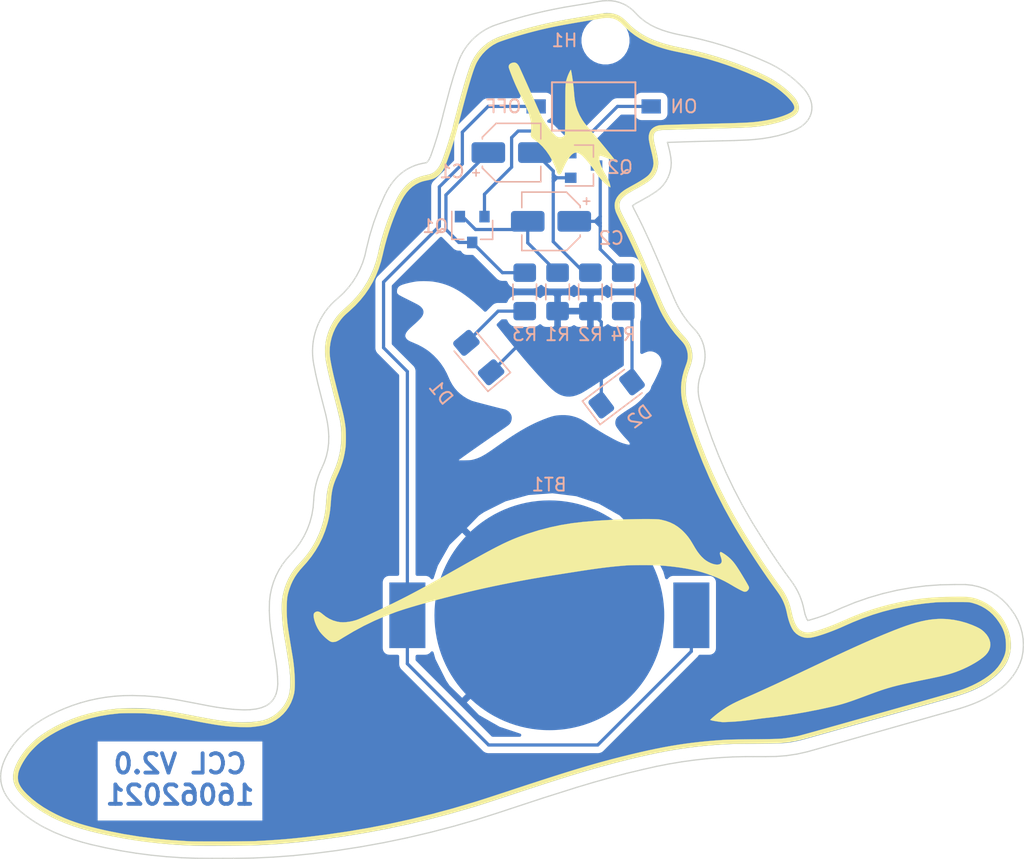
<source format=kicad_pcb>
(kicad_pcb (version 20171130) (host pcbnew "(5.1.10)-1")
  (layers (0 F.Cu signal) (31 B.Cu signal) (34 B.Paste user hide) (35 F.Paste user hide) (36 B.SilkS user) (37 F.SilkS user) (38 B.Mask user) (39 F.Mask user) (44 Edge.Cuts user))
  (net 0 "")
  (net 1 "Net-(C1-Pad1)")
  (net 2 "Net-(C1-Pad2)")
  (net 3 "Net-(C2-Pad2)")
  (net 4 "Net-(C2-Pad1)")
  (net 5 GND)
  (net 6 "Net-(D1-Pad2)")
  (net 7 "Net-(D2-Pad2)")
  (net 8 "Net-(Q1-Pad2)")
  (net 9 "Net-(BT1-Pad1)")
  (module Package_TO_SOT_SMD:SOT-23 (layer B.Cu) (at 144.526 76.2 270)
    (fp_text reference Q1 (at -0.254 2.86 180) (layer B.SilkS) (effects (justify mirror)))
    (fp_text value BC807)
    (pad 1 smd rect (at -1 0.95 270) (size 0.9 0.8) (layers B.Cu B.Paste B.Mask) (net 3 "Net-(C2-Pad2)"))
    (pad 2 smd rect (at -1 -0.95 270) (size 0.9 0.8) (layers B.Cu B.Paste B.Mask) (net 8 "Net-(Q1-Pad2)"))
    (pad 3 smd rect (at 1 0 270) (size 0.9 0.8) (layers B.Cu B.Paste B.Mask) (net 1 "Net-(C1-Pad1)"))
  )
  (module "Sorting Hat:A6S-1104-H" (layer B.Cu) (at 153.924 66.675)
    (fp_text reference SW1 hide)
    (fp_text value SWITCH)
    (fp_text user ON (at 6.985 0) (layer B.SilkS) (effects (justify mirror)))
    (fp_text user OFF (at -6.985 0) (layer B.SilkS) (effects (justify mirror)))
    (pad 1 smd rect (at -4.450001 0) (size 1.5 1.1) (layers B.Cu B.Paste B.Mask) (net 9 "Net-(BT1-Pad1)"))
    (pad 2 smd rect (at 4.450001 0) (size 1.5 1.1) (layers B.Cu B.Paste B.Mask) (net 8 "Net-(Q1-Pad2)"))
  )
  (module "Sorting Hat:MPD_BK-912-TR" (layer B.Cu) (at 150.495 106.045)
    (fp_text reference BT1 (at -0.015 -10.105) (layer B.SilkS) (effects (justify mirror)))
    (fp_text value BATTERY)
    (pad 1 smd rect (at -10.985 0) (size 2.79 5.08) (layers B.Cu B.Paste B.Mask) (net 9 "Net-(BT1-Pad1)"))
    (pad 1 smd rect (at 10.985 0) (size 2.79 5.08) (layers B.Cu B.Paste B.Mask) (net 9 "Net-(BT1-Pad1)"))
    (pad 2 smd circle (at 0 0) (size 17.78 17.78) (layers B.Cu B.Paste B.Mask) (net 5 GND))
  )
  (module LOGO (layer F.Cu) (at 147.32 91.44)
    (fp_text reference G***)
    (fp_text value LOGO)
  )
  (module LOGO (layer F.Cu) (at 147.32 91.44)
    (fp_text reference G***)
    (fp_text value LOGO)
  )
  (module LOGO (layer F.Cu) (at 147.32 91.44)
    (fp_text reference G***)
    (fp_text value LOGO)
  )
  (module Capacitor_SMD:CP_Elec_4x5.4 (layer B.Cu) (at 147.574 70.247)
    (fp_text reference C1 (at -4.614 1.463) (layer B.SilkS) (effects (justify mirror)))
    (fp_text value 10uF)
    (pad 1 smd roundrect (at -1.8 0) (size 2.6 1.6) (layers B.Cu B.Paste B.Mask) (roundrect_rratio 0.15625) (net 1 "Net-(C1-Pad1)"))
    (pad 2 smd roundrect (at 1.8 0) (size 2.6 1.6) (layers B.Cu B.Paste B.Mask) (roundrect_rratio 0.15625) (net 2 "Net-(C1-Pad2)"))
  )
  (module Capacitor_SMD:CP_Elec_4x5.4 (layer B.Cu) (at 150.622 75.565 180)
    (fp_text reference C2 (at -4.668 -1.295) (layer B.SilkS) (effects (justify mirror)))
    (fp_text value 10uF)
    (pad 2 smd roundrect (at 1.8 0 180) (size 2.6 1.6) (layers B.Cu B.Paste B.Mask) (roundrect_rratio 0.15625) (net 3 "Net-(C2-Pad2)"))
    (pad 1 smd roundrect (at -1.8 0 180) (size 2.6 1.6) (layers B.Cu B.Paste B.Mask) (roundrect_rratio 0.15625) (net 4 "Net-(C2-Pad1)"))
  )
  (module Diode_SMD:D_1206_3216Metric_Pad1.42x1.75mm_HandSolder (layer B.Cu) (at 145.034 86.106 130)
    (fp_text reference D1 (at -0.199534 -3.98444 130) (layer B.SilkS) (effects (justify mirror)))
    (fp_text value LED)
    (pad 1 smd roundrect (at -1.4875 0 130) (size 1.425 1.75) (layers B.Cu B.Paste B.Mask) (roundrect_rratio 0.1754385964912281) (net 5 GND))
    (pad 2 smd roundrect (at 1.4875 0 130) (size 1.425 1.75) (layers B.Cu B.Paste B.Mask) (roundrect_rratio 0.1754385964912281) (net 6 "Net-(D1-Pad2)"))
  )
  (module Diode_SMD:D_1206_3216Metric_Pad1.42x1.75mm_HandSolder (layer B.Cu) (at 155.702 88.9 37)
    (fp_text reference D2 (at 0.349947 2.490001 37) (layer B.SilkS) (effects (justify mirror)))
    (fp_text value LED)
    (pad 2 smd roundrect (at 1.4875 0 37) (size 1.425 1.75) (layers B.Cu B.Paste B.Mask) (roundrect_rratio 0.1754385964912281) (net 7 "Net-(D2-Pad2)"))
    (pad 1 smd roundrect (at -1.4875 0 37) (size 1.425 1.75) (layers B.Cu B.Paste B.Mask) (roundrect_rratio 0.1754385964912281) (net 5 GND))
  )
  (module Package_TO_SOT_SMD:SOT-23 (layer B.Cu) (at 153.146 71.247)
    (fp_text reference Q2 (at 2.81 0.127) (layer B.SilkS) (effects (justify mirror)))
    (fp_text value BC807)
    (pad 1 smd rect (at -1 0.95) (size 0.9 0.8) (layers B.Cu B.Paste B.Mask) (net 2 "Net-(C1-Pad2)"))
    (pad 2 smd rect (at -1 -0.95) (size 0.9 0.8) (layers B.Cu B.Paste B.Mask) (net 8 "Net-(Q1-Pad2)"))
    (pad 3 smd rect (at 1 0) (size 0.9 0.8) (layers B.Cu B.Paste B.Mask) (net 4 "Net-(C2-Pad1)"))
  )
  (module Resistor_SMD:R_1206_3216Metric_Pad1.42x1.75mm_HandSolder (layer B.Cu) (at 151.13 81.026 270)
    (fp_text reference R1 (at 3.282 0 180) (layer B.SilkS) (effects (justify mirror)))
    (fp_text value 100k)
    (pad 1 smd roundrect (at -1.4875 0 270) (size 1.425 1.75) (layers B.Cu B.Paste B.Mask) (roundrect_rratio 0.1754385964912281) (net 3 "Net-(C2-Pad2)"))
    (pad 2 smd roundrect (at 1.4875 0 270) (size 1.425 1.75) (layers B.Cu B.Paste B.Mask) (roundrect_rratio 0.1754385964912281) (net 5 GND))
  )
  (module Resistor_SMD:R_1206_3216Metric_Pad1.42x1.75mm_HandSolder (layer B.Cu) (at 153.67 81.026 270)
    (fp_text reference R2 (at 3.282 0 180) (layer B.SilkS) (effects (justify mirror)))
    (fp_text value 100k)
    (pad 2 smd roundrect (at 1.4875 0 270) (size 1.425 1.75) (layers B.Cu B.Paste B.Mask) (roundrect_rratio 0.1754385964912281) (net 5 GND))
    (pad 1 smd roundrect (at -1.4875 0 270) (size 1.425 1.75) (layers B.Cu B.Paste B.Mask) (roundrect_rratio 0.1754385964912281) (net 2 "Net-(C1-Pad2)"))
  )
  (module Resistor_SMD:R_1206_3216Metric_Pad1.42x1.75mm_HandSolder (layer B.Cu) (at 148.59 81.026 270)
    (fp_text reference R3 (at 3.282 0 180) (layer B.SilkS) (effects (justify mirror)))
    (fp_text value 330)
    (pad 1 smd roundrect (at -1.4875 0 270) (size 1.425 1.75) (layers B.Cu B.Paste B.Mask) (roundrect_rratio 0.1754385964912281) (net 1 "Net-(C1-Pad1)"))
    (pad 2 smd roundrect (at 1.4875 0 270) (size 1.425 1.75) (layers B.Cu B.Paste B.Mask) (roundrect_rratio 0.1754385964912281) (net 6 "Net-(D1-Pad2)"))
  )
  (module Resistor_SMD:R_1206_3216Metric_Pad1.42x1.75mm_HandSolder (layer B.Cu) (at 156.21 81.026 270)
    (fp_text reference R4 (at 3.282 0 180) (layer B.SilkS) (effects (justify mirror)))
    (fp_text value 330)
    (pad 2 smd roundrect (at 1.4875 0 270) (size 1.425 1.75) (layers B.Cu B.Paste B.Mask) (roundrect_rratio 0.1754385964912281) (net 7 "Net-(D2-Pad2)"))
    (pad 1 smd roundrect (at -1.4875 0 270) (size 1.425 1.75) (layers B.Cu B.Paste B.Mask) (roundrect_rratio 0.1754385964912281) (net 4 "Net-(C2-Pad1)"))
  )
  (module MountingHole:MountingHole_2.7mm_M2.5 (layer F.Cu) (at 154.8384 61.5696)
    (fp_text reference H1 (at -3.175 0) (layer B.SilkS) (effects (justify mirror)))
    (fp_text value MountingHole)
    (pad 1 np_thru_hole circle (at 0 0) (size 2.7 2.7) (drill 2.7) (layers *.Cu *.Mask))
  )
  (gr_text "CCL V2.0\n16062021" (at 121.92 118.745) (layer B.Cu) (effects (font (size 1.5 1.5) (thickness 0.3)) (justify mirror)))
  (gr_line (start 126.0463 124.8524) (end 125.233 124.8524) (layer Edge.Cuts) (width 0.1))
  (gr_line (start 125.233 124.8524) (end 124.4058 124.8524) (layer Edge.Cuts) (width 0.1))
  (gr_line (start 124.4058 124.8524) (end 123.2223 124.8446) (layer Edge.Cuts) (width 0.1))
  (gr_line (start 123.2223 124.8446) (end 122.0405 124.8005) (layer Edge.Cuts) (width 0.1))
  (gr_line (start 122.0405 124.8005) (end 120.8611 124.72) (layer Edge.Cuts) (width 0.1))
  (gr_line (start 120.8611 124.72) (end 119.6851 124.6035) (layer Edge.Cuts) (width 0.1))
  (gr_line (start 119.6851 124.6035) (end 118.5132 124.4508) (layer Edge.Cuts) (width 0.1))
  (gr_line (start 118.5132 124.4508) (end 117.3462 124.2622) (layer Edge.Cuts) (width 0.1))
  (gr_line (start 117.3462 124.2622) (end 116.18505 124.0377) (layer Edge.Cuts) (width 0.1))
  (gr_line (start 116.18505 124.0377) (end 115.03053 123.7774) (layer Edge.Cuts) (width 0.1))
  (gr_line (start 115.03053 123.7774) (end 114.36797 123.6021) (layer Edge.Cuts) (width 0.1))
  (gr_line (start 114.36797 123.6021) (end 113.66992 123.3931) (layer Edge.Cuts) (width 0.1))
  (gr_line (start 113.66992 123.3931) (end 112.94666 123.1424) (layer Edge.Cuts) (width 0.1))
  (gr_line (start 112.94666 123.1424) (end 112.20852 122.8419) (layer Edge.Cuts) (width 0.1))
  (gr_line (start 112.20852 122.8419) (end 111.4658 122.4839) (layer Edge.Cuts) (width 0.1))
  (gr_line (start 111.4658 122.4839) (end 111.09594 122.2809) (layer Edge.Cuts) (width 0.1))
  (gr_line (start 111.09594 122.2809) (end 110.7288 122.0604) (layer Edge.Cuts) (width 0.1))
  (gr_line (start 110.7288 122.0604) (end 110.36567 121.8216) (layer Edge.Cuts) (width 0.1))
  (gr_line (start 110.36567 121.8216) (end 110.00784 121.5634) (layer Edge.Cuts) (width 0.1))
  (gr_line (start 110.00784 121.5634) (end 109.65659 121.2849) (layer Edge.Cuts) (width 0.1))
  (gr_line (start 109.65659 121.2849) (end 109.31322 120.985) (layer Edge.Cuts) (width 0.1))
  (gr_line (start 109.31322 120.985) (end 109.05553 120.7328) (layer Edge.Cuts) (width 0.1))
  (gr_line (start 109.05553 120.7328) (end 108.82697 120.4797) (layer Edge.Cuts) (width 0.1))
  (gr_line (start 108.82697 120.4797) (end 108.62756 120.2252) (layer Edge.Cuts) (width 0.1))
  (gr_line (start 108.62756 120.2252) (end 108.4573 119.9689) (layer Edge.Cuts) (width 0.1))
  (gr_line (start 108.4573 119.9689) (end 108.316204 119.7103) (layer Edge.Cuts) (width 0.1))
  (gr_line (start 108.316204 119.7103) (end 108.204284 119.449) (layer Edge.Cuts) (width 0.1))
  (gr_line (start 108.204284 119.449) (end 108.121548 119.1844) (layer Edge.Cuts) (width 0.1))
  (gr_line (start 108.121548 119.1844) (end 108.068007 118.9161) (layer Edge.Cuts) (width 0.1))
  (gr_line (start 108.068007 118.9161) (end 108.043672 118.6436) (layer Edge.Cuts) (width 0.1))
  (gr_line (start 108.043672 118.6436) (end 108.048551 118.3665) (layer Edge.Cuts) (width 0.1))
  (gr_line (start 108.048551 118.3665) (end 108.082656 118.0843) (layer Edge.Cuts) (width 0.1))
  (gr_line (start 108.082656 118.0843) (end 108.145996 117.7965) (layer Edge.Cuts) (width 0.1))
  (gr_line (start 108.145996 117.7965) (end 108.238583 117.5027) (layer Edge.Cuts) (width 0.1))
  (gr_line (start 108.238583 117.5027) (end 108.36043 117.2023) (layer Edge.Cuts) (width 0.1))
  (gr_line (start 108.36043 117.2023) (end 108.51153 116.895) (layer Edge.Cuts) (width 0.1))
  (gr_line (start 108.51153 116.895) (end 108.69192 116.5801) (layer Edge.Cuts) (width 0.1))
  (gr_line (start 108.69192 116.5801) (end 108.90908 116.2491) (layer Edge.Cuts) (width 0.1))
  (gr_line (start 108.90908 116.2491) (end 109.13946 115.9386) (layer Edge.Cuts) (width 0.1))
  (gr_line (start 109.13946 115.9386) (end 109.38164 115.6478) (layer Edge.Cuts) (width 0.1))
  (gr_line (start 109.38164 115.6478) (end 109.63417 115.3759) (layer Edge.Cuts) (width 0.1))
  (gr_line (start 109.63417 115.3759) (end 109.89564 115.1219) (layer Edge.Cuts) (width 0.1))
  (gr_line (start 109.89564 115.1219) (end 110.16463 114.8851) (layer Edge.Cuts) (width 0.1))
  (gr_line (start 110.16463 114.8851) (end 110.43969 114.6645) (layer Edge.Cuts) (width 0.1))
  (gr_line (start 110.43969 114.6645) (end 110.71942 114.4593) (layer Edge.Cuts) (width 0.1))
  (gr_line (start 110.71942 114.4593) (end 111.28714 114.0915) (layer Edge.Cuts) (width 0.1))
  (gr_line (start 111.28714 114.0915) (end 111.85637 113.775) (layer Edge.Cuts) (width 0.1))
  (gr_line (start 111.85637 113.775) (end 112.4157 113.5027) (layer Edge.Cuts) (width 0.1))
  (gr_line (start 112.4157 113.5027) (end 112.95373 113.2677) (layer Edge.Cuts) (width 0.1))
  (gr_line (start 112.95373 113.2677) (end 113.58809 113.024) (layer Edge.Cuts) (width 0.1))
  (gr_line (start 113.58809 113.024) (end 114.23276 112.8131) (layer Edge.Cuts) (width 0.1))
  (gr_line (start 114.23276 112.8131) (end 114.88643 112.6353) (layer Edge.Cuts) (width 0.1))
  (gr_line (start 114.88643 112.6353) (end 115.54785 112.4909) (layer Edge.Cuts) (width 0.1))
  (gr_line (start 115.54785 112.4909) (end 116.21571 112.3802) (layer Edge.Cuts) (width 0.1))
  (gr_line (start 116.21571 112.3802) (end 116.88875 112.3033) (layer Edge.Cuts) (width 0.1))
  (gr_line (start 116.88875 112.3033) (end 117.5657 112.2605) (layer Edge.Cuts) (width 0.1))
  (gr_line (start 117.5657 112.2605) (end 118.2452 112.252) (layer Edge.Cuts) (width 0.1))
  (gr_line (start 118.2452 112.252) (end 119.21 112.2809) (layer Edge.Cuts) (width 0.1))
  (gr_line (start 119.21 112.2809) (end 120.1719 112.3602) (layer Edge.Cuts) (width 0.1))
  (gr_line (start 120.1719 112.3602) (end 120.894 112.4515) (layer Edge.Cuts) (width 0.1))
  (gr_line (start 120.894 112.4515) (end 121.6056 112.567) (layer Edge.Cuts) (width 0.1))
  (gr_line (start 121.6056 112.567) (end 123.0027 112.8314) (layer Edge.Cuts) (width 0.1))
  (gr_line (start 123.0027 112.8314) (end 124.1623 113.0561) (layer Edge.Cuts) (width 0.1))
  (gr_line (start 124.1623 113.0561) (end 124.7304 113.1539) (layer Edge.Cuts) (width 0.1))
  (gr_line (start 124.7304 113.1539) (end 125.2959 113.2363) (layer Edge.Cuts) (width 0.1))
  (gr_line (start 125.2959 113.2363) (end 126.0826 113.3263) (layer Edge.Cuts) (width 0.1))
  (gr_line (start 126.0826 113.3263) (end 126.8735 113.3654) (layer Edge.Cuts) (width 0.1))
  (gr_line (start 126.8735 113.3654) (end 127.3375 113.3503) (layer Edge.Cuts) (width 0.1))
  (gr_line (start 127.3375 113.3503) (end 127.7985 113.2956) (layer Edge.Cuts) (width 0.1))
  (gr_line (start 127.7985 113.2956) (end 128.1833 113.2065) (layer Edge.Cuts) (width 0.1))
  (gr_line (start 128.1833 113.2065) (end 128.5184 113.073) (layer Edge.Cuts) (width 0.1))
  (gr_line (start 128.5184 113.073) (end 128.6673 112.9897) (layer Edge.Cuts) (width 0.1))
  (gr_line (start 128.6673 112.9897) (end 128.8037 112.8955) (layer Edge.Cuts) (width 0.1))
  (gr_line (start 128.8037 112.8955) (end 128.9278 112.7903) (layer Edge.Cuts) (width 0.1))
  (gr_line (start 128.9278 112.7903) (end 129.0393 112.6743) (layer Edge.Cuts) (width 0.1))
  (gr_line (start 129.0393 112.6743) (end 129.1385 112.5476) (layer Edge.Cuts) (width 0.1))
  (gr_line (start 129.1385 112.5476) (end 129.2252 112.41) (layer Edge.Cuts) (width 0.1))
  (gr_line (start 129.2252 112.41) (end 129.2995 112.2618) (layer Edge.Cuts) (width 0.1))
  (gr_line (start 129.2995 112.2618) (end 129.3613 112.1029) (layer Edge.Cuts) (width 0.1))
  (gr_line (start 129.3613 112.1029) (end 129.4477 111.7534) (layer Edge.Cuts) (width 0.1))
  (gr_line (start 129.4477 111.7534) (end 129.4844 111.3619) (layer Edge.Cuts) (width 0.1))
  (gr_line (start 129.4844 111.3619) (end 129.4653 110.7769) (layer Edge.Cuts) (width 0.1))
  (gr_line (start 129.4653 110.7769) (end 129.4182 110.1938) (layer Edge.Cuts) (width 0.1))
  (gr_line (start 129.4182 110.1938) (end 129.3431 109.6136) (layer Edge.Cuts) (width 0.1))
  (gr_line (start 129.3431 109.6136) (end 129.24 109.0373) (layer Edge.Cuts) (width 0.1))
  (gr_line (start 129.24 109.0373) (end 129.1109 108.231) (layer Edge.Cuts) (width 0.1))
  (gr_line (start 129.1109 108.231) (end 129.0481 107.8122) (layer Edge.Cuts) (width 0.1))
  (gr_line (start 129.0481 107.8122) (end 128.9323 107.1066) (layer Edge.Cuts) (width 0.1))
  (gr_line (start 128.9323 107.1066) (end 128.8593 106.396) (layer Edge.Cuts) (width 0.1))
  (gr_line (start 128.8593 106.396) (end 128.8292 105.6824) (layer Edge.Cuts) (width 0.1))
  (gr_line (start 128.8292 105.6824) (end 128.8421 104.9675) (layer Edge.Cuts) (width 0.1))
  (gr_line (start 128.8421 104.9675) (end 128.9022 104.4569) (layer Edge.Cuts) (width 0.1))
  (gr_line (start 128.9022 104.4569) (end 129.0067 103.9566) (layer Edge.Cuts) (width 0.1))
  (gr_line (start 129.0067 103.9566) (end 129.1544 103.4693) (layer Edge.Cuts) (width 0.1))
  (gr_line (start 129.1544 103.4693) (end 129.3439 102.9977) (layer Edge.Cuts) (width 0.1))
  (gr_line (start 129.3439 102.9977) (end 129.5742 102.5447) (layer Edge.Cuts) (width 0.1))
  (gr_line (start 129.5742 102.5447) (end 129.8438 102.1128) (layer Edge.Cuts) (width 0.1))
  (gr_line (start 129.8438 102.1128) (end 130.1517 101.7048) (layer Edge.Cuts) (width 0.1))
  (gr_line (start 130.1517 101.7048) (end 130.4966 101.3235) (layer Edge.Cuts) (width 0.1))
  (gr_line (start 130.4966 101.3235) (end 130.8831 100.8839) (layer Edge.Cuts) (width 0.1))
  (gr_line (start 130.8831 100.8839) (end 131.2252 100.4135) (layer Edge.Cuts) (width 0.1))
  (gr_line (start 131.2252 100.4135) (end 131.5213 99.9157) (layer Edge.Cuts) (width 0.1))
  (gr_line (start 131.5213 99.9157) (end 131.7701 99.3939) (layer Edge.Cuts) (width 0.1))
  (gr_line (start 131.7701 99.3939) (end 131.9701 98.8515) (layer Edge.Cuts) (width 0.1))
  (gr_line (start 131.9701 98.8515) (end 132.1198 98.2919) (layer Edge.Cuts) (width 0.1))
  (gr_line (start 132.1198 98.2919) (end 132.2178 97.7186) (layer Edge.Cuts) (width 0.1))
  (gr_line (start 132.2178 97.7186) (end 132.2627 97.135) (layer Edge.Cuts) (width 0.1))
  (gr_line (start 132.2627 97.135) (end 132.2849 96.8148) (layer Edge.Cuts) (width 0.1))
  (gr_line (start 132.2849 96.8148) (end 132.3231 96.4967) (layer Edge.Cuts) (width 0.1))
  (gr_line (start 132.3231 96.4967) (end 132.3775 96.1814) (layer Edge.Cuts) (width 0.1))
  (gr_line (start 132.3775 96.1814) (end 132.4476 95.8695) (layer Edge.Cuts) (width 0.1))
  (gr_line (start 132.4476 95.8695) (end 132.5335 95.5615) (layer Edge.Cuts) (width 0.1))
  (gr_line (start 132.5335 95.5615) (end 132.635 95.258) (layer Edge.Cuts) (width 0.1))
  (gr_line (start 132.635 95.258) (end 132.7519 94.9598) (layer Edge.Cuts) (width 0.1))
  (gr_line (start 132.7519 94.9598) (end 132.884 94.6673) (layer Edge.Cuts) (width 0.1))
  (gr_line (start 132.884 94.6673) (end 133.0897 94.2034) (layer Edge.Cuts) (width 0.1))
  (gr_line (start 133.0897 94.2034) (end 133.2464 93.7293) (layer Edge.Cuts) (width 0.1))
  (gr_line (start 133.2464 93.7293) (end 133.355 93.2428) (layer Edge.Cuts) (width 0.1))
  (gr_line (start 133.355 93.2428) (end 133.4163 92.7418) (layer Edge.Cuts) (width 0.1))
  (gr_line (start 133.4163 92.7418) (end 133.4312 92.2244) (layer Edge.Cuts) (width 0.1))
  (gr_line (start 133.4312 92.2244) (end 133.4004 91.6883) (layer Edge.Cuts) (width 0.1))
  (gr_line (start 133.4004 91.6883) (end 133.3248 91.1316) (layer Edge.Cuts) (width 0.1))
  (gr_line (start 133.3248 91.1316) (end 133.2052 90.552) (layer Edge.Cuts) (width 0.1))
  (gr_line (start 133.2052 90.552) (end 132.9469 89.5468) (layer Edge.Cuts) (width 0.1))
  (gr_line (start 132.9469 89.5468) (end 132.5882 88.1336) (layer Edge.Cuts) (width 0.1))
  (gr_line (start 132.5882 88.1336) (end 132.4226 87.4112) (layer Edge.Cuts) (width 0.1))
  (gr_line (start 132.4226 87.4112) (end 132.2767 86.6812) (layer Edge.Cuts) (width 0.1))
  (gr_line (start 132.2767 86.6812) (end 132.2159 86.3157) (layer Edge.Cuts) (width 0.1))
  (gr_line (start 132.2159 86.3157) (end 132.1809 85.9501) (layer Edge.Cuts) (width 0.1))
  (gr_line (start 132.1809 85.9501) (end 132.1713 85.5856) (layer Edge.Cuts) (width 0.1))
  (gr_line (start 132.1713 85.5856) (end 132.1868 85.2234) (layer Edge.Cuts) (width 0.1))
  (gr_line (start 132.1868 85.2234) (end 132.2267 84.8646) (layer Edge.Cuts) (width 0.1))
  (gr_line (start 132.2267 84.8646) (end 132.2908 84.5105) (layer Edge.Cuts) (width 0.1))
  (gr_line (start 132.2908 84.5105) (end 132.3786 84.1622) (layer Edge.Cuts) (width 0.1))
  (gr_line (start 132.3786 84.1622) (end 132.4895 83.8211) (layer Edge.Cuts) (width 0.1))
  (gr_line (start 132.4895 83.8211) (end 132.6233 83.4882) (layer Edge.Cuts) (width 0.1))
  (gr_line (start 132.6233 83.4882) (end 132.7795 83.1648) (layer Edge.Cuts) (width 0.1))
  (gr_line (start 132.7795 83.1648) (end 132.9575 82.8521) (layer Edge.Cuts) (width 0.1))
  (gr_line (start 132.9575 82.8521) (end 133.1571 82.5513) (layer Edge.Cuts) (width 0.1))
  (gr_line (start 133.1571 82.5513) (end 133.3777 82.2636) (layer Edge.Cuts) (width 0.1))
  (gr_line (start 133.3777 82.2636) (end 133.619 81.9901) (layer Edge.Cuts) (width 0.1))
  (gr_line (start 133.619 81.9901) (end 133.8804 81.7322) (layer Edge.Cuts) (width 0.1))
  (gr_line (start 133.8804 81.7322) (end 134.1615 81.4909) (layer Edge.Cuts) (width 0.1))
  (gr_line (start 134.1615 81.4909) (end 134.5732 81.1075) (layer Edge.Cuts) (width 0.1))
  (gr_line (start 134.5732 81.1075) (end 134.9483 80.6924) (layer Edge.Cuts) (width 0.1))
  (gr_line (start 134.9483 80.6924) (end 135.2852 80.2483) (layer Edge.Cuts) (width 0.1))
  (gr_line (start 135.2852 80.2483) (end 135.5823 79.7779) (layer Edge.Cuts) (width 0.1))
  (gr_line (start 135.5823 79.7779) (end 135.8382 79.2838) (layer Edge.Cuts) (width 0.1))
  (gr_line (start 135.8382 79.2838) (end 136.0514 78.7687) (layer Edge.Cuts) (width 0.1))
  (gr_line (start 136.0514 78.7687) (end 136.2201 78.2353) (layer Edge.Cuts) (width 0.1))
  (gr_line (start 136.2201 78.2353) (end 136.343 77.6863) (layer Edge.Cuts) (width 0.1))
  (gr_line (start 136.343 77.6863) (end 136.5964 76.6629) (layer Edge.Cuts) (width 0.1))
  (gr_line (start 136.5964 76.6629) (end 136.9059 75.6559) (layer Edge.Cuts) (width 0.1))
  (gr_line (start 136.9059 75.6559) (end 137.2708 74.6676) (layer Edge.Cuts) (width 0.1))
  (gr_line (start 137.2708 74.6676) (end 137.6904 73.7003) (layer Edge.Cuts) (width 0.1))
  (gr_line (start 137.6904 73.7003) (end 137.8256 73.4145) (layer Edge.Cuts) (width 0.1))
  (gr_line (start 137.8256 73.4145) (end 137.9695 73.1449) (layer Edge.Cuts) (width 0.1))
  (gr_line (start 137.9695 73.1449) (end 138.1222 72.8914) (layer Edge.Cuts) (width 0.1))
  (gr_line (start 138.1222 72.8914) (end 138.2837 72.654) (layer Edge.Cuts) (width 0.1))
  (gr_line (start 138.2837 72.654) (end 138.4539 72.4326) (layer Edge.Cuts) (width 0.1))
  (gr_line (start 138.4539 72.4326) (end 138.6331 72.2271) (layer Edge.Cuts) (width 0.1))
  (gr_line (start 138.6331 72.2271) (end 138.8211 72.0376) (layer Edge.Cuts) (width 0.1))
  (gr_line (start 138.8211 72.0376) (end 139.018 71.8639) (layer Edge.Cuts) (width 0.1))
  (gr_line (start 139.018 71.8639) (end 139.2239 71.7061) (layer Edge.Cuts) (width 0.1))
  (gr_line (start 139.2239 71.7061) (end 139.4388 71.564) (layer Edge.Cuts) (width 0.1))
  (gr_line (start 139.4388 71.564) (end 139.6627 71.4377) (layer Edge.Cuts) (width 0.1))
  (gr_line (start 139.6627 71.4377) (end 139.8957 71.3271) (layer Edge.Cuts) (width 0.1))
  (gr_line (start 139.8957 71.3271) (end 140.1378 71.2321) (layer Edge.Cuts) (width 0.1))
  (gr_line (start 140.1378 71.2321) (end 140.389 71.1527) (layer Edge.Cuts) (width 0.1))
  (gr_line (start 140.389 71.1527) (end 140.6494 71.0889) (layer Edge.Cuts) (width 0.1))
  (gr_line (start 140.6494 71.0889) (end 140.919 71.0406) (layer Edge.Cuts) (width 0.1))
  (gr_line (start 140.919 71.0406) (end 140.9739 71.0282) (layer Edge.Cuts) (width 0.1))
  (gr_line (start 140.9739 71.0282) (end 141.0621 70.9625) (layer Edge.Cuts) (width 0.1))
  (gr_line (start 141.0621 70.9625) (end 141.1791 70.8006) (layer Edge.Cuts) (width 0.1))
  (gr_line (start 141.1791 70.8006) (end 141.3204 70.4996) (layer Edge.Cuts) (width 0.1))
  (gr_line (start 141.3204 70.4996) (end 141.5836 69.7433) (layer Edge.Cuts) (width 0.1))
  (gr_line (start 141.5836 69.7433) (end 141.8256 68.9802) (layer Edge.Cuts) (width 0.1))
  (gr_line (start 141.8256 68.9802) (end 142.0462 68.2106) (layer Edge.Cuts) (width 0.1))
  (gr_line (start 142.0462 68.2106) (end 142.2454 67.435) (layer Edge.Cuts) (width 0.1))
  (gr_line (start 142.2454 67.435) (end 142.3012 67.2046) (layer Edge.Cuts) (width 0.1))
  (gr_line (start 142.3012 67.2046) (end 142.8008 65.3154) (layer Edge.Cuts) (width 0.1))
  (gr_line (start 142.8008 65.3154) (end 143.0782 64.3656) (layer Edge.Cuts) (width 0.1))
  (gr_line (start 143.0782 64.3656) (end 143.3867 63.421) (layer Edge.Cuts) (width 0.1))
  (gr_line (start 143.3867 63.421) (end 143.48 63.1539) (layer Edge.Cuts) (width 0.1))
  (gr_line (start 143.48 63.1539) (end 143.5883 62.8945) (layer Edge.Cuts) (width 0.1))
  (gr_line (start 143.5883 62.8945) (end 143.711 62.6433) (layer Edge.Cuts) (width 0.1))
  (gr_line (start 143.711 62.6433) (end 143.8477 62.4007) (layer Edge.Cuts) (width 0.1))
  (gr_line (start 143.8477 62.4007) (end 143.9979 62.1673) (layer Edge.Cuts) (width 0.1))
  (gr_line (start 143.9979 62.1673) (end 144.1611 61.9436) (layer Edge.Cuts) (width 0.1))
  (gr_line (start 144.1611 61.9436) (end 144.3367 61.7301) (layer Edge.Cuts) (width 0.1))
  (gr_line (start 144.3367 61.7301) (end 144.5244 61.5273) (layer Edge.Cuts) (width 0.1))
  (gr_line (start 144.5244 61.5273) (end 144.7234 61.33577) (layer Edge.Cuts) (width 0.1))
  (gr_line (start 144.7234 61.33577) (end 144.9334 61.15599) (layer Edge.Cuts) (width 0.1))
  (gr_line (start 144.9334 61.15599) (end 145.1539 60.98848) (layer Edge.Cuts) (width 0.1))
  (gr_line (start 145.1539 60.98848) (end 145.3843 60.83375) (layer Edge.Cuts) (width 0.1))
  (gr_line (start 145.3843 60.83375) (end 145.6242 60.69232) (layer Edge.Cuts) (width 0.1))
  (gr_line (start 145.6242 60.69232) (end 145.873 60.56469) (layer Edge.Cuts) (width 0.1))
  (gr_line (start 145.873 60.56469) (end 146.1303 60.45138) (layer Edge.Cuts) (width 0.1))
  (gr_line (start 146.1303 60.45138) (end 146.3955 60.35291) (layer Edge.Cuts) (width 0.1))
  (gr_line (start 146.3955 60.35291) (end 147.133 60.11256) (layer Edge.Cuts) (width 0.1))
  (gr_line (start 147.133 60.11256) (end 147.8753 59.88803) (layer Edge.Cuts) (width 0.1))
  (gr_line (start 147.8753 59.88803) (end 148.6219 59.67938) (layer Edge.Cuts) (width 0.1))
  (gr_line (start 148.6219 59.67938) (end 149.3728 59.48667) (layer Edge.Cuts) (width 0.1))
  (gr_line (start 149.3728 59.48667) (end 150.1276 59.30996) (layer Edge.Cuts) (width 0.1))
  (gr_line (start 150.1276 59.30996) (end 150.886 59.14931) (layer Edge.Cuts) (width 0.1))
  (gr_line (start 150.886 59.14931) (end 151.6479 59.00479) (layer Edge.Cuts) (width 0.1))
  (gr_line (start 151.6479 59.00479) (end 152.413 58.87646) (layer Edge.Cuts) (width 0.1))
  (gr_line (start 152.413 58.87646) (end 153.0692 58.77175) (layer Edge.Cuts) (width 0.1))
  (gr_line (start 153.0692 58.77175) (end 153.6459 58.67576) (layer Edge.Cuts) (width 0.1))
  (gr_line (start 153.6459 58.67576) (end 154.2175 58.5693) (layer Edge.Cuts) (width 0.1))
  (gr_line (start 154.2175 58.5693) (end 154.598 58.51384) (layer Edge.Cuts) (width 0.1))
  (gr_line (start 154.598 58.51384) (end 154.9819 58.49251) (layer Edge.Cuts) (width 0.1))
  (gr_line (start 154.9819 58.49251) (end 155.292 58.50297) (layer Edge.Cuts) (width 0.1))
  (gr_line (start 155.292 58.50297) (end 155.5964 58.54678) (layer Edge.Cuts) (width 0.1))
  (gr_line (start 155.5964 58.54678) (end 155.8927 58.62284) (layer Edge.Cuts) (width 0.1))
  (gr_line (start 155.8927 58.62284) (end 156.1782 58.73008) (layer Edge.Cuts) (width 0.1))
  (gr_line (start 156.1782 58.73008) (end 156.4505 58.86739) (layer Edge.Cuts) (width 0.1))
  (gr_line (start 156.4505 58.86739) (end 156.7071 59.03369) (layer Edge.Cuts) (width 0.1))
  (gr_line (start 156.7071 59.03369) (end 156.9456 59.22789) (layer Edge.Cuts) (width 0.1))
  (gr_line (start 156.9456 59.22789) (end 157.1634 59.44889) (layer Edge.Cuts) (width 0.1))
  (gr_line (start 157.1634 59.44889) (end 157.342 59.63758) (layer Edge.Cuts) (width 0.1))
  (gr_line (start 157.342 59.63758) (end 157.5277 59.81152) (layer Edge.Cuts) (width 0.1))
  (gr_line (start 157.5277 59.81152) (end 157.9189 60.11829) (layer Edge.Cuts) (width 0.1))
  (gr_line (start 157.9189 60.11829) (end 158.3326 60.37547) (layer Edge.Cuts) (width 0.1))
  (gr_line (start 158.3326 60.37547) (end 158.7647 60.58938) (layer Edge.Cuts) (width 0.1))
  (gr_line (start 158.7647 60.58938) (end 159.2108 60.76632) (layer Edge.Cuts) (width 0.1))
  (gr_line (start 159.2108 60.76632) (end 159.6667 60.91257) (layer Edge.Cuts) (width 0.1))
  (gr_line (start 159.6667 60.91257) (end 160.1282 61.03445) (layer Edge.Cuts) (width 0.1))
  (gr_line (start 160.1282 61.03445) (end 160.591 61.13825) (layer Edge.Cuts) (width 0.1))
  (gr_line (start 160.591 61.13825) (end 161.4424 61.30803) (layer Edge.Cuts) (width 0.1))
  (gr_line (start 161.4424 61.30803) (end 162.2877 61.5035) (layer Edge.Cuts) (width 0.1))
  (gr_line (start 162.2877 61.5035) (end 163.1262 61.7244) (layer Edge.Cuts) (width 0.1))
  (gr_line (start 163.1262 61.7244) (end 163.9575 61.9705) (layer Edge.Cuts) (width 0.1))
  (gr_line (start 163.9575 61.9705) (end 164.7809 62.2418) (layer Edge.Cuts) (width 0.1))
  (gr_line (start 164.7809 62.2418) (end 165.5959 62.5381) (layer Edge.Cuts) (width 0.1))
  (gr_line (start 165.5959 62.5381) (end 166.402 62.859) (layer Edge.Cuts) (width 0.1))
  (gr_line (start 166.402 62.859) (end 167.1984 63.2046) (layer Edge.Cuts) (width 0.1))
  (gr_line (start 167.1984 63.2046) (end 167.6137 63.395) (layer Edge.Cuts) (width 0.1))
  (gr_line (start 167.6137 63.395) (end 168.0179 63.6063) (layer Edge.Cuts) (width 0.1))
  (gr_line (start 168.0179 63.6063) (end 168.41 63.8378) (layer Edge.Cuts) (width 0.1))
  (gr_line (start 168.41 63.8378) (end 168.7895 64.0891) (layer Edge.Cuts) (width 0.1))
  (gr_line (start 168.7895 64.0891) (end 169.1555 64.3597) (layer Edge.Cuts) (width 0.1))
  (gr_line (start 169.1555 64.3597) (end 169.5073 64.6489) (layer Edge.Cuts) (width 0.1))
  (gr_line (start 169.5073 64.6489) (end 169.8441 64.9563) (layer Edge.Cuts) (width 0.1))
  (gr_line (start 169.8441 64.9563) (end 170.1652 65.2814) (layer Edge.Cuts) (width 0.1))
  (gr_line (start 170.1652 65.2814) (end 170.3524 65.5217) (layer Edge.Cuts) (width 0.1))
  (gr_line (start 170.3524 65.5217) (end 170.5079 65.7609) (layer Edge.Cuts) (width 0.1))
  (gr_line (start 170.5079 65.7609) (end 170.6314 65.9988) (layer Edge.Cuts) (width 0.1))
  (gr_line (start 170.6314 65.9988) (end 170.7228 66.2351) (layer Edge.Cuts) (width 0.1))
  (gr_line (start 170.7228 66.2351) (end 170.7819 66.4699) (layer Edge.Cuts) (width 0.1))
  (gr_line (start 170.7819 66.4699) (end 170.8082 66.7029) (layer Edge.Cuts) (width 0.1))
  (gr_line (start 170.8082 66.7029) (end 170.8017 66.9339) (layer Edge.Cuts) (width 0.1))
  (gr_line (start 170.8017 66.9339) (end 170.7621 67.1627) (layer Edge.Cuts) (width 0.1))
  (gr_line (start 170.7621 67.1627) (end 170.6908 67.3841) (layer Edge.Cuts) (width 0.1))
  (gr_line (start 170.6908 67.3841) (end 170.5896 67.5924) (layer Edge.Cuts) (width 0.1))
  (gr_line (start 170.5896 67.5924) (end 170.4587 67.7876) (layer Edge.Cuts) (width 0.1))
  (gr_line (start 170.4587 67.7876) (end 170.2983 67.9694) (layer Edge.Cuts) (width 0.1))
  (gr_line (start 170.2983 67.9694) (end 170.1086 68.1377) (layer Edge.Cuts) (width 0.1))
  (gr_line (start 170.1086 68.1377) (end 169.8899 68.2921) (layer Edge.Cuts) (width 0.1))
  (gr_line (start 169.8899 68.2921) (end 169.6422 68.4326) (layer Edge.Cuts) (width 0.1))
  (gr_line (start 169.6422 68.4326) (end 169.3659 68.5589) (layer Edge.Cuts) (width 0.1))
  (gr_line (start 169.3659 68.5589) (end 168.7796 68.7704) (layer Edge.Cuts) (width 0.1))
  (gr_line (start 168.7796 68.7704) (end 168.1905 68.9374) (layer Edge.Cuts) (width 0.1))
  (gr_line (start 168.1905 68.9374) (end 167.6019 69.0654) (layer Edge.Cuts) (width 0.1))
  (gr_line (start 167.6019 69.0654) (end 167.0173 69.1601) (layer Edge.Cuts) (width 0.1))
  (gr_line (start 167.0173 69.1601) (end 166.4401 69.227) (layer Edge.Cuts) (width 0.1))
  (gr_line (start 166.4401 69.227) (end 165.8736 69.2716) (layer Edge.Cuts) (width 0.1))
  (gr_line (start 165.8736 69.2716) (end 164.7865 69.3163) (layer Edge.Cuts) (width 0.1))
  (gr_line (start 164.7865 69.3163) (end 163.8964 69.3373) (layer Edge.Cuts) (width 0.1))
  (gr_line (start 163.8964 69.3373) (end 161.7612 69.3918) (layer Edge.Cuts) (width 0.1))
  (gr_line (start 161.7612 69.3918) (end 159.6311 69.4594) (layer Edge.Cuts) (width 0.1))
  (gr_line (start 159.6311 69.4594) (end 159.6975 69.7072) (layer Edge.Cuts) (width 0.1))
  (gr_line (start 159.6975 69.7072) (end 159.8117 70.1753) (layer Edge.Cuts) (width 0.1))
  (gr_line (start 159.8117 70.1753) (end 159.8964 70.6497) (layer Edge.Cuts) (width 0.1))
  (gr_line (start 159.8964 70.6497) (end 159.9262 71.0348) (layer Edge.Cuts) (width 0.1))
  (gr_line (start 159.9262 71.0348) (end 159.901 71.4144) (layer Edge.Cuts) (width 0.1))
  (gr_line (start 159.901 71.4144) (end 159.8232 71.7832) (layer Edge.Cuts) (width 0.1))
  (gr_line (start 159.8232 71.7832) (end 159.6952 72.1359) (layer Edge.Cuts) (width 0.1))
  (gr_line (start 159.6952 72.1359) (end 159.5193 72.4673) (layer Edge.Cuts) (width 0.1))
  (gr_line (start 159.5193 72.4673) (end 159.2977 72.7722) (layer Edge.Cuts) (width 0.1))
  (gr_line (start 159.2977 72.7722) (end 159.0329 73.0453) (layer Edge.Cuts) (width 0.1))
  (gr_line (start 159.0329 73.0453) (end 158.7271 73.2814) (layer Edge.Cuts) (width 0.1))
  (gr_line (start 158.7271 73.2814) (end 158.2008 73.6184) (layer Edge.Cuts) (width 0.1))
  (gr_line (start 158.2008 73.6184) (end 157.6556 73.9237) (layer Edge.Cuts) (width 0.1))
  (gr_line (start 157.6556 73.9237) (end 157.1948 74.1785) (layer Edge.Cuts) (width 0.1))
  (gr_line (start 157.1948 74.1785) (end 157.0578 74.2647) (layer Edge.Cuts) (width 0.1))
  (gr_line (start 157.0578 74.2647) (end 156.9296 74.3635) (layer Edge.Cuts) (width 0.1))
  (gr_line (start 156.9296 74.3635) (end 157.0238 74.5764) (layer Edge.Cuts) (width 0.1))
  (gr_line (start 157.0238 74.5764) (end 157.3689 75.2436) (layer Edge.Cuts) (width 0.1))
  (gr_line (start 157.3689 75.2436) (end 157.701 75.917) (layer Edge.Cuts) (width 0.1))
  (gr_line (start 157.701 75.917) (end 158.3314 77.2753) (layer Edge.Cuts) (width 0.1))
  (gr_line (start 158.3314 77.2753) (end 158.9258 78.6376) (layer Edge.Cuts) (width 0.1))
  (gr_line (start 158.9258 78.6376) (end 159.495 79.99) (layer Edge.Cuts) (width 0.1))
  (gr_line (start 159.495 79.99) (end 160.1303 81.4874) (layer Edge.Cuts) (width 0.1))
  (gr_line (start 160.1303 81.4874) (end 160.2693 81.8039) (layer Edge.Cuts) (width 0.1))
  (gr_line (start 160.2693 81.8039) (end 160.4222 82.1133) (layer Edge.Cuts) (width 0.1))
  (gr_line (start 160.4222 82.1133) (end 160.5886 82.4153) (layer Edge.Cuts) (width 0.1))
  (gr_line (start 160.5886 82.4153) (end 160.7682 82.7094) (layer Edge.Cuts) (width 0.1))
  (gr_line (start 160.7682 82.7094) (end 160.9608 82.9951) (layer Edge.Cuts) (width 0.1))
  (gr_line (start 160.9608 82.9951) (end 161.1661 83.2721) (layer Edge.Cuts) (width 0.1))
  (gr_line (start 161.1661 83.2721) (end 161.3839 83.5399) (layer Edge.Cuts) (width 0.1))
  (gr_line (start 161.3839 83.5399) (end 161.6137 83.7981) (layer Edge.Cuts) (width 0.1))
  (gr_line (start 161.6137 83.7981) (end 161.7784 83.9698) (layer Edge.Cuts) (width 0.1))
  (gr_line (start 161.7784 83.9698) (end 161.9275 84.1518) (layer Edge.Cuts) (width 0.1))
  (gr_line (start 161.9275 84.1518) (end 162.0609 84.3431) (layer Edge.Cuts) (width 0.1))
  (gr_line (start 162.0609 84.3431) (end 162.1784 84.5427) (layer Edge.Cuts) (width 0.1))
  (gr_line (start 162.1784 84.5427) (end 162.2798 84.7495) (layer Edge.Cuts) (width 0.1))
  (gr_line (start 162.2798 84.7495) (end 162.3649 84.9626) (layer Edge.Cuts) (width 0.1))
  (gr_line (start 162.3649 84.9626) (end 162.4335 85.181) (layer Edge.Cuts) (width 0.1))
  (gr_line (start 162.4335 85.181) (end 162.4855 85.4037) (layer Edge.Cuts) (width 0.1))
  (gr_line (start 162.4855 85.4037) (end 162.5205 85.6296) (layer Edge.Cuts) (width 0.1))
  (gr_line (start 162.5205 85.6296) (end 162.5385 85.8578) (layer Edge.Cuts) (width 0.1))
  (gr_line (start 162.5385 85.8578) (end 162.5392 86.0872) (layer Edge.Cuts) (width 0.1))
  (gr_line (start 162.5392 86.0872) (end 162.5224 86.317) (layer Edge.Cuts) (width 0.1))
  (gr_line (start 162.5224 86.317) (end 162.488 86.546) (layer Edge.Cuts) (width 0.1))
  (gr_line (start 162.488 86.546) (end 162.4357 86.7733) (layer Edge.Cuts) (width 0.1))
  (gr_line (start 162.4357 86.7733) (end 162.3654 86.9978) (layer Edge.Cuts) (width 0.1))
  (gr_line (start 162.3654 86.9978) (end 162.2769 87.2187) (layer Edge.Cuts) (width 0.1))
  (gr_line (start 162.2769 87.2187) (end 162.1682 87.5138) (layer Edge.Cuts) (width 0.1))
  (gr_line (start 162.1682 87.5138) (end 162.0872 87.8157) (layer Edge.Cuts) (width 0.1))
  (gr_line (start 162.0872 87.8157) (end 162.0339 88.1224) (layer Edge.Cuts) (width 0.1))
  (gr_line (start 162.0339 88.1224) (end 162.0084 88.4321) (layer Edge.Cuts) (width 0.1))
  (gr_line (start 162.0084 88.4321) (end 162.0109 88.7428) (layer Edge.Cuts) (width 0.1))
  (gr_line (start 162.0109 88.7428) (end 162.0412 89.0526) (layer Edge.Cuts) (width 0.1))
  (gr_line (start 162.0412 89.0526) (end 162.0996 89.3596) (layer Edge.Cuts) (width 0.1))
  (gr_line (start 162.0996 89.3596) (end 162.1861 89.662) (layer Edge.Cuts) (width 0.1))
  (gr_line (start 162.1861 89.662) (end 162.6078 91.0298) (layer Edge.Cuts) (width 0.1))
  (gr_line (start 162.6078 91.0298) (end 163.0793 92.3796) (layer Edge.Cuts) (width 0.1))
  (gr_line (start 163.0793 92.3796) (end 163.5999 93.7103) (layer Edge.Cuts) (width 0.1))
  (gr_line (start 163.5999 93.7103) (end 164.1691 95.0204) (layer Edge.Cuts) (width 0.1))
  (gr_line (start 164.1691 95.0204) (end 164.7862 96.3086) (layer Edge.Cuts) (width 0.1))
  (gr_line (start 164.7862 96.3086) (end 165.4507 97.5736) (layer Edge.Cuts) (width 0.1))
  (gr_line (start 165.4507 97.5736) (end 166.1619 98.814) (layer Edge.Cuts) (width 0.1))
  (gr_line (start 166.1619 98.814) (end 166.9192 100.0285) (layer Edge.Cuts) (width 0.1))
  (gr_line (start 166.9192 100.0285) (end 167.5299 100.977) (layer Edge.Cuts) (width 0.1))
  (gr_line (start 167.5299 100.977) (end 168.1247 101.8676) (layer Edge.Cuts) (width 0.1))
  (gr_line (start 168.1247 101.8676) (end 168.7083 102.7051) (layer Edge.Cuts) (width 0.1))
  (gr_line (start 168.7083 102.7051) (end 169.2857 103.4945) (layer Edge.Cuts) (width 0.1))
  (gr_line (start 169.2857 103.4945) (end 169.4481 103.735) (layer Edge.Cuts) (width 0.1))
  (gr_line (start 169.4481 103.735) (end 169.597 103.9834) (layer Edge.Cuts) (width 0.1))
  (gr_line (start 169.597 103.9834) (end 169.7322 104.2391) (layer Edge.Cuts) (width 0.1))
  (gr_line (start 169.7322 104.2391) (end 169.8534 104.5014) (layer Edge.Cuts) (width 0.1))
  (gr_line (start 169.8534 104.5014) (end 169.9603 104.7699) (layer Edge.Cuts) (width 0.1))
  (gr_line (start 169.9603 104.7699) (end 170.0528 105.0439) (layer Edge.Cuts) (width 0.1))
  (gr_line (start 170.0528 105.0439) (end 170.1305 105.3229) (layer Edge.Cuts) (width 0.1))
  (gr_line (start 170.1305 105.3229) (end 170.1932 105.6062) (layer Edge.Cuts) (width 0.1))
  (gr_line (start 170.1932 105.6062) (end 170.2786 105.9767) (layer Edge.Cuts) (width 0.1))
  (gr_line (start 170.2786 105.9767) (end 170.4131 106.3322) (layer Edge.Cuts) (width 0.1))
  (gr_line (start 170.4131 106.3322) (end 170.4933 106.4474) (layer Edge.Cuts) (width 0.1))
  (gr_line (start 170.4933 106.4474) (end 170.5841 106.4265) (layer Edge.Cuts) (width 0.1))
  (gr_line (start 170.5841 106.4265) (end 171.1886 106.2472) (layer Edge.Cuts) (width 0.1))
  (gr_line (start 171.1886 106.2472) (end 171.784 106.0406) (layer Edge.Cuts) (width 0.1))
  (gr_line (start 171.784 106.0406) (end 172.3693 105.807) (layer Edge.Cuts) (width 0.1))
  (gr_line (start 172.3693 105.807) (end 172.9436 105.5469) (layer Edge.Cuts) (width 0.1))
  (gr_line (start 172.9436 105.5469) (end 173.1007 105.4771) (layer Edge.Cuts) (width 0.1))
  (gr_line (start 173.1007 105.4771) (end 174.1473 105.0499) (layer Edge.Cuts) (width 0.1))
  (gr_line (start 174.1473 105.0499) (end 175.2127 104.6791) (layer Edge.Cuts) (width 0.1))
  (gr_line (start 175.2127 104.6791) (end 176.2947 104.3651) (layer Edge.Cuts) (width 0.1))
  (gr_line (start 176.2947 104.3651) (end 177.3908 104.1086) (layer Edge.Cuts) (width 0.1))
  (gr_line (start 177.3908 104.1086) (end 178.499 103.9099) (layer Edge.Cuts) (width 0.1))
  (gr_line (start 178.499 103.9099) (end 179.6167 103.7695) (layer Edge.Cuts) (width 0.1))
  (gr_line (start 179.6167 103.7695) (end 180.7419 103.6879) (layer Edge.Cuts) (width 0.1))
  (gr_line (start 180.7419 103.6879) (end 181.8721 103.6656) (layer Edge.Cuts) (width 0.1))
  (gr_line (start 181.8721 103.6656) (end 182.6924 103.6656) (layer Edge.Cuts) (width 0.1))
  (gr_line (start 182.6924 103.6656) (end 183.2142 103.723) (layer Edge.Cuts) (width 0.1))
  (gr_line (start 183.2142 103.723) (end 183.7215 103.8376) (layer Edge.Cuts) (width 0.1))
  (gr_line (start 183.7215 103.8376) (end 184.21 104.0068) (layer Edge.Cuts) (width 0.1))
  (gr_line (start 184.21 104.0068) (end 184.6755 104.2284) (layer Edge.Cuts) (width 0.1))
  (gr_line (start 184.6755 104.2284) (end 185.1135 104.5001) (layer Edge.Cuts) (width 0.1))
  (gr_line (start 185.1135 104.5001) (end 185.52 104.8195) (layer Edge.Cuts) (width 0.1))
  (gr_line (start 185.52 104.8195) (end 185.8907 105.1844) (layer Edge.Cuts) (width 0.1))
  (gr_line (start 185.8907 105.1844) (end 186.2212 105.5923) (layer Edge.Cuts) (width 0.1))
  (gr_line (start 186.2212 105.5923) (end 186.5103 106.0057) (layer Edge.Cuts) (width 0.1))
  (gr_line (start 186.5103 106.0057) (end 186.7483 106.4449) (layer Edge.Cuts) (width 0.1))
  (gr_line (start 186.7483 106.4449) (end 186.9343 106.9053) (layer Edge.Cuts) (width 0.1))
  (gr_line (start 186.9343 106.9053) (end 187.0673 107.3822) (layer Edge.Cuts) (width 0.1))
  (gr_line (start 187.0673 107.3822) (end 187.1463 107.871) (layer Edge.Cuts) (width 0.1))
  (gr_line (start 187.1463 107.871) (end 187.1701 108.3669) (layer Edge.Cuts) (width 0.1))
  (gr_line (start 187.1701 108.3669) (end 187.1378 108.8655) (layer Edge.Cuts) (width 0.1))
  (gr_line (start 187.1378 108.8655) (end 187.0484 109.3619) (layer Edge.Cuts) (width 0.1))
  (gr_line (start 187.0484 109.3619) (end 186.9163 109.7368) (layer Edge.Cuts) (width 0.1))
  (gr_line (start 186.9163 109.7368) (end 186.7534 110.0968) (layer Edge.Cuts) (width 0.1))
  (gr_line (start 186.7534 110.0968) (end 186.561 110.4405) (layer Edge.Cuts) (width 0.1))
  (gr_line (start 186.561 110.4405) (end 186.3404 110.7659) (layer Edge.Cuts) (width 0.1))
  (gr_line (start 186.3404 110.7659) (end 186.0929 111.0714) (layer Edge.Cuts) (width 0.1))
  (gr_line (start 186.0929 111.0714) (end 185.8198 111.3551) (layer Edge.Cuts) (width 0.1))
  (gr_line (start 185.8198 111.3551) (end 185.5224 111.6155) (layer Edge.Cuts) (width 0.1))
  (gr_line (start 185.5224 111.6155) (end 185.202 111.8506) (layer Edge.Cuts) (width 0.1))
  (gr_line (start 185.202 111.8506) (end 184.7354 112.1751) (layer Edge.Cuts) (width 0.1))
  (gr_line (start 184.7354 112.1751) (end 184.2531 112.4558) (layer Edge.Cuts) (width 0.1))
  (gr_line (start 184.2531 112.4558) (end 183.7611 112.6978) (layer Edge.Cuts) (width 0.1))
  (gr_line (start 183.7611 112.6978) (end 183.2652 112.9065) (layer Edge.Cuts) (width 0.1))
  (gr_line (start 183.2652 112.9065) (end 182.7715 113.087) (layer Edge.Cuts) (width 0.1))
  (gr_line (start 182.7715 113.087) (end 182.2859 113.2446) (layer Edge.Cuts) (width 0.1))
  (gr_line (start 182.2859 113.2446) (end 181.3625 113.512) (layer Edge.Cuts) (width 0.1))
  (gr_line (start 181.3625 113.512) (end 170.4375 116.608) (layer Edge.Cuts) (width 0.1))
  (gr_line (start 170.4375 116.608) (end 169.6483 116.7832) (layer Edge.Cuts) (width 0.1))
  (gr_line (start 169.6483 116.7832) (end 168.8499 116.9034) (layer Edge.Cuts) (width 0.1))
  (gr_line (start 168.8499 116.9034) (end 168.0451 116.9685) (layer Edge.Cuts) (width 0.1))
  (gr_line (start 168.0451 116.9685) (end 167.2368 116.978) (layer Edge.Cuts) (width 0.1))
  (gr_line (start 167.2368 116.978) (end 166.2455 116.978) (layer Edge.Cuts) (width 0.1))
  (gr_line (start 166.2455 116.978) (end 165.6766 116.978) (layer Edge.Cuts) (width 0.1))
  (gr_line (start 165.6766 116.978) (end 164.6823 117.0035) (layer Edge.Cuts) (width 0.1))
  (gr_line (start 164.6823 117.0035) (end 163.6898 117.0568) (layer Edge.Cuts) (width 0.1))
  (gr_line (start 163.6898 117.0568) (end 162.6995 117.1377) (layer Edge.Cuts) (width 0.1))
  (gr_line (start 162.6995 117.1377) (end 161.712 117.2463) (layer Edge.Cuts) (width 0.1))
  (gr_line (start 161.712 117.2463) (end 160.728 117.3824) (layer Edge.Cuts) (width 0.1))
  (gr_line (start 160.728 117.3824) (end 159.7479 117.546) (layer Edge.Cuts) (width 0.1))
  (gr_line (start 159.7479 117.546) (end 158.7725 117.737) (layer Edge.Cuts) (width 0.1))
  (gr_line (start 158.7725 117.737) (end 157.8022 117.9553) (layer Edge.Cuts) (width 0.1))
  (gr_line (start 157.8022 117.9553) (end 156.4935 118.2678) (layer Edge.Cuts) (width 0.1))
  (gr_line (start 156.4935 118.2678) (end 155.1863 118.6104) (layer Edge.Cuts) (width 0.1))
  (gr_line (start 155.1863 118.6104) (end 153.8821 118.9781) (layer Edge.Cuts) (width 0.1))
  (gr_line (start 153.8821 118.9781) (end 152.5822 119.3659) (layer Edge.Cuts) (width 0.1))
  (gr_line (start 152.5822 119.3659) (end 150.0017 120.1823) (layer Edge.Cuts) (width 0.1))
  (gr_line (start 150.0017 120.1823) (end 147.4566 121.0199) (layer Edge.Cuts) (width 0.1))
  (gr_line (start 147.4566 121.0199) (end 146.6363 121.2922) (layer Edge.Cuts) (width 0.1))
  (gr_line (start 146.6363 121.2922) (end 144.8748 121.8509) (layer Edge.Cuts) (width 0.1))
  (gr_line (start 144.8748 121.8509) (end 143.1005 122.3641) (layer Edge.Cuts) (width 0.1))
  (gr_line (start 143.1005 122.3641) (end 141.3143 122.8318) (layer Edge.Cuts) (width 0.1))
  (gr_line (start 141.3143 122.8318) (end 139.517 123.2536) (layer Edge.Cuts) (width 0.1))
  (gr_line (start 139.517 123.2536) (end 137.7095 123.6295) (layer Edge.Cuts) (width 0.1))
  (gr_line (start 137.7095 123.6295) (end 135.8927 123.9591) (layer Edge.Cuts) (width 0.1))
  (gr_line (start 135.8927 123.9591) (end 134.0676 124.2423) (layer Edge.Cuts) (width 0.1))
  (gr_line (start 134.0676 124.2423) (end 132.2348 124.479) (layer Edge.Cuts) (width 0.1))
  (gr_line (start 132.2348 124.479) (end 130.6921 124.6374) (layer Edge.Cuts) (width 0.1))
  (gr_line (start 130.6921 124.6374) (end 129.1458 124.7525) (layer Edge.Cuts) (width 0.1))
  (gr_line (start 129.1458 124.7525) (end 127.5969 124.8242) (layer Edge.Cuts) (width 0.1))
  (gr_line (start 127.5969 124.8242) (end 126.0463 124.8524) (layer Edge.Cuts) (width 0.1))
  (gr_line (start 126.0463 124.8524) (end 126.0463 124.8524) (layer Edge.Cuts) (width 0.1))
  (gr_line (start 126.0463 124.8524) (end 126.0463 124.8524) (layer Edge.Cuts) (width 0.1))
  (segment (start 146.8645 79.5385) (end 144.526 77.2) (width 0.25) (layer B.Cu) (net 1))
  (segment (start 148.59 79.5385) (end 146.8645 79.5385) (width 0.25) (layer B.Cu) (net 1))
  (segment (start 144.526 77.2) (end 143.494 77.2) (width 0.25) (layer B.Cu) (net 1))
  (segment (start 143.494 77.2) (end 142.494 76.2) (width 0.25) (layer B.Cu) (net 1))
  (segment (start 142.494 73.527) (end 145.774 70.247) (width 0.25) (layer B.Cu) (net 1))
  (segment (start 142.494 76.2) (end 142.494 73.527) (width 0.25) (layer B.Cu) (net 1))
  (segment (start 153.67 79.5385) (end 153.1985 79.5385) (width 0.25) (layer B.Cu) (net 2))
  (segment (start 150.79699 71.66999) (end 149.374 70.247) (width 0.25) (layer B.Cu) (net 2))
  (segment (start 153.1985 79.5385) (end 150.79699 77.13699) (width 0.25) (layer B.Cu) (net 2))
  (segment (start 150.815 72.197) (end 150.79699 72.21501) (width 0.25) (layer B.Cu) (net 2))
  (segment (start 151.03298 72.197) (end 150.79699 71.96101) (width 0.25) (layer B.Cu) (net 2))
  (segment (start 151.069 72.197) (end 151.03298 72.197) (width 0.25) (layer B.Cu) (net 2))
  (segment (start 150.79699 71.96101) (end 150.79699 71.66999) (width 0.25) (layer B.Cu) (net 2))
  (segment (start 150.79699 72.21501) (end 150.79699 71.96101) (width 0.25) (layer B.Cu) (net 2))
  (segment (start 152.146 72.197) (end 151.069 72.197) (width 0.25) (layer B.Cu) (net 2))
  (segment (start 151.069 72.197) (end 150.815 72.197) (width 0.25) (layer B.Cu) (net 2))
  (segment (start 151.069 72.197) (end 150.79699 72.46901) (width 0.25) (layer B.Cu) (net 2))
  (segment (start 150.79699 72.46901) (end 150.79699 72.21501) (width 0.25) (layer B.Cu) (net 2))
  (segment (start 150.79699 77.13699) (end 150.79699 72.46901) (width 0.25) (layer B.Cu) (net 2))
  (segment (start 148.822 77.2305) (end 151.13 79.5385) (width 0.25) (layer B.Cu) (net 3))
  (segment (start 148.822 75.565) (end 148.822 77.2305) (width 0.25) (layer B.Cu) (net 3))
  (segment (start 143.576 75.2) (end 143.78 75.2) (width 0.25) (layer B.Cu) (net 3))
  (segment (start 143.78 75.2) (end 144.78 76.2) (width 0.25) (layer B.Cu) (net 3))
  (segment (start 148.187 76.2) (end 148.822 75.565) (width 0.25) (layer B.Cu) (net 3))
  (segment (start 144.78 76.2) (end 148.187 76.2) (width 0.25) (layer B.Cu) (net 3))
  (segment (start 156.21 79.5385) (end 156.21 79.502) (width 0.25) (layer B.Cu) (net 4))
  (segment (start 156.21 79.502) (end 154.432 77.724) (width 0.25) (layer B.Cu) (net 4))
  (segment (start 154.432 71.533) (end 154.146 71.247) (width 0.25) (layer B.Cu) (net 4))
  (segment (start 154.305 75.565) (end 154.432 75.692) (width 0.25) (layer B.Cu) (net 4))
  (segment (start 154.051 75.565) (end 154.432 75.184) (width 0.25) (layer B.Cu) (net 4))
  (segment (start 154.432 75.184) (end 154.432 71.533) (width 0.25) (layer B.Cu) (net 4))
  (segment (start 154.432 75.692) (end 154.432 75.184) (width 0.25) (layer B.Cu) (net 4))
  (segment (start 152.422 75.565) (end 154.051 75.565) (width 0.25) (layer B.Cu) (net 4))
  (segment (start 154.051 75.565) (end 154.305 75.565) (width 0.25) (layer B.Cu) (net 4))
  (segment (start 154.051 75.565) (end 154.432 75.946) (width 0.25) (layer B.Cu) (net 4))
  (segment (start 154.432 75.946) (end 154.432 75.692) (width 0.25) (layer B.Cu) (net 4))
  (segment (start 154.432 77.724) (end 154.432 75.946) (width 0.25) (layer B.Cu) (net 4))
  (segment (start 145.990147 87.245491) (end 148.653638 84.582) (width 0.25) (layer B.Cu) (net 5))
  (segment (start 148.653638 84.582) (end 150.368 84.582) (width 0.25) (layer B.Cu) (net 5))
  (segment (start 151.13 83.82) (end 151.13 82.5135) (width 0.25) (layer B.Cu) (net 5))
  (segment (start 150.368 84.582) (end 151.13 83.82) (width 0.25) (layer B.Cu) (net 5))
  (segment (start 154.51403 83.35753) (end 153.67 82.5135) (width 0.25) (layer B.Cu) (net 5))
  (segment (start 154.51403 89.7952) (end 154.51403 83.35753) (width 0.25) (layer B.Cu) (net 5))
  (segment (start 146.530862 82.5135) (end 144.077853 84.966509) (width 0.25) (layer B.Cu) (net 6))
  (segment (start 148.59 82.5135) (end 146.530862 82.5135) (width 0.25) (layer B.Cu) (net 6))
  (segment (start 156.88997 83.19347) (end 156.21 82.5135) (width 0.25) (layer B.Cu) (net 7))
  (segment (start 156.88997 88.0048) (end 156.88997 83.19347) (width 0.25) (layer B.Cu) (net 7))
  (segment (start 150.429 68.58) (end 152.146 70.297) (width 0.25) (layer B.Cu) (net 8))
  (segment (start 148.082 68.58) (end 150.429 68.58) (width 0.25) (layer B.Cu) (net 8))
  (segment (start 147.574 69.088) (end 148.082 68.58) (width 0.25) (layer B.Cu) (net 8))
  (segment (start 147.574 71.374) (end 147.574 69.088) (width 0.25) (layer B.Cu) (net 8))
  (segment (start 145.476 73.472) (end 147.574 71.374) (width 0.25) (layer B.Cu) (net 8))
  (segment (start 145.476 75.2) (end 145.476 73.472) (width 0.25) (layer B.Cu) (net 8))
  (segment (start 155.768 66.675) (end 152.146 70.297) (width 0.25) (layer B.Cu) (net 8))
  (segment (start 158.374001 66.675) (end 155.768 66.675) (width 0.25) (layer B.Cu) (net 8))
  (segment (start 139.51 106.045) (end 139.51 109.792) (width 0.25) (layer B.Cu) (net 9))
  (segment (start 139.51 109.792) (end 145.796 116.078) (width 0.25) (layer B.Cu) (net 9))
  (segment (start 154.237 116.078) (end 161.48 108.835) (width 0.25) (layer B.Cu) (net 9))
  (segment (start 161.48 108.835) (end 161.48 106.045) (width 0.25) (layer B.Cu) (net 9))
  (segment (start 145.796 116.078) (end 154.237 116.078) (width 0.25) (layer B.Cu) (net 9))
  (segment (start 145.755 66.675) (end 149.473999 66.675) (width 0.25) (layer B.Cu) (net 9))
  (segment (start 143.764 71.12) (end 143.764 68.666) (width 0.25) (layer B.Cu) (net 9))
  (segment (start 141.986 72.898) (end 143.764 71.12) (width 0.25) (layer B.Cu) (net 9))
  (segment (start 141.986 75.946) (end 141.986 72.898) (width 0.25) (layer B.Cu) (net 9))
  (segment (start 137.668 80.264) (end 141.986 75.946) (width 0.25) (layer B.Cu) (net 9))
  (segment (start 137.668 85.344) (end 137.668 80.264) (width 0.25) (layer B.Cu) (net 9))
  (segment (start 143.764 68.666) (end 145.755 66.675) (width 0.25) (layer B.Cu) (net 9))
  (segment (start 139.51 87.186) (end 137.668 85.344) (width 0.25) (layer B.Cu) (net 9))
  (segment (start 139.51 106.045) (end 139.51 87.186) (width 0.25) (layer B.Cu) (net 9))
  (zone (net 5) (net_name GND) (layer B.Cu) (connect_pads (clearance 0.508)) (min_thickness 0.254) (fill yes (arc_segments 32) (thermal_gap 0.508) (thermal_bridge_width 0.508))
    (polygon (pts (xy 136.122239 80.697916) (xy 136.411753 80.229478) (xy 136.66732 79.740895) (xy 136.887067 79.236669) (xy 137.069126 78.721302) (xy 137.211625 78.199294) (xy 137.265704 77.94625) (xy 137.324681 77.6699) (xy 137.399667 77.362737) (xy 137.48841 77.032136) (xy 137.588659 76.685477) (xy 137.698161 76.330137) (xy 137.814665 75.973493) (xy 137.935919 75.622924) (xy 138.059671 75.285808) (xy 138.144273 75.067583) (xy 138.274961 74.743712) (xy 138.395535 74.456384) (xy 138.507936 74.201563) (xy 138.614101 73.97521) (xy 138.71597 73.773288) (xy 138.815482 73.591759) (xy 138.914576 73.426585) (xy 138.982855 73.321333) (xy 139.197705 73.028349) (xy 139.425031 72.774457) (xy 139.668219 72.557399) (xy 139.930654 72.374922) (xy 140.215723 72.224771) (xy 140.52681 72.104689) (xy 140.867301 72.012422) (xy 140.984304 71.988154) (xy 141.176268 71.94491) (xy 141.335603 71.893759) (xy 141.471896 71.829942) (xy 141.594734 71.7487) (xy 141.713704 71.645273) (xy 141.752381 71.60686) (xy 141.885382 71.45075) (xy 142.007418 71.263703) (xy 142.121068 71.041446) (xy 142.188087 70.884995) (xy 142.232994 70.768512) (xy 142.287845 70.61829) (xy 142.350362 70.441118) (xy 142.418269 70.243789) (xy 142.48929 70.033093) (xy 142.561149 69.815821) (xy 142.631569 69.598765) (xy 142.698273 69.388716) (xy 142.758985 69.192466) (xy 142.790448 69.088) (xy 142.816141 69.001275) (xy 142.840783 68.917075) (xy 142.865245 68.832146) (xy 142.890394 68.743239) (xy 142.9171 68.647103) (xy 142.946231 68.540486) (xy 142.978657 68.420138) (xy 143.015246 68.282807) (xy 143.056868 68.125243) (xy 143.10439 67.944194) (xy 143.158683 67.73641) (xy 143.220615 67.49864) (xy 143.291054 67.227633) (xy 143.37087 66.920138) (xy 143.404262 66.791416) (xy 143.526952 66.324181) (xy 143.646494 65.880408) (xy 143.762343 65.46188) (xy 143.873953 65.070379) (xy 143.980779 64.707686) (xy 144.082275 64.375584) (xy 144.177896 64.075855) (xy 144.267095 63.810281) (xy 144.349329 63.580644) (xy 144.42405 63.388725) (xy 144.490713 63.236307) (xy 144.496181 63.224833) (xy 144.690668 62.866841) (xy 144.916093 62.537602) (xy 145.17167 62.237841) (xy 145.456611 61.968281) (xy 145.77013 61.729645) (xy 146.111441 61.522657) (xy 146.479758 61.348042) (xy 146.579166 61.308296) (xy 146.708258 61.261073) (xy 146.873017 61.204831) (xy 147.068124 61.141152) (xy 147.288263 61.071617) (xy 147.528115 60.997807) (xy 147.782362 60.921303) (xy 148.045686 60.843688) (xy 148.31277 60.766542) (xy 148.578295 60.691446) (xy 148.836943 60.619982) (xy 149.083398 60.553732) (xy 149.31234 60.494276) (xy 149.341416 60.486906) (xy 149.640199 60.412447) (xy 149.927289 60.343171) (xy 150.207945 60.278024) (xy 150.487424 60.21595) (xy 150.770985 60.155894) (xy 151.063883 60.0968) (xy 151.371378 60.037612) (xy 151.698727 59.977275) (xy 152.051187 59.914733) (xy 152.434016 59.848931) (xy 152.852473 59.778813) (xy 152.943193 59.7638) (xy 153.173184 59.725589) (xy 153.397714 59.687861) (xy 153.612026 59.651443) (xy 153.811364 59.617162) (xy 153.990974 59.585845) (xy 154.146098 59.558319) (xy 154.271982 59.53541) (xy 154.363869 59.517947) (xy 154.402512 59.510038) (xy 154.673449 59.462147) (xy 154.921021 59.442064) (xy 155.153943 59.449972) (xy 155.380928 59.486055) (xy 155.561548 59.53453) (xy 155.78738 59.620098) (xy 155.998616 59.732128) (xy 156.201443 59.874775) (xy 156.402047 60.052191) (xy 156.532353 60.186148) (xy 156.789378 60.440843) (xy 157.080148 60.687679) (xy 157.396101 60.9203) (xy 157.728676 61.132349) (xy 158.028823 61.297158) (xy 158.293409 61.425142) (xy 158.563315 61.542641) (xy 158.843596 61.651249) (xy 159.139307 61.752561) (xy 159.455501 61.848171) (xy 159.797233 61.939674) (xy 160.169557 62.028664) (xy 160.577527 62.116735) (xy 160.716324 62.144963) (xy 161.609067 62.337725) (xy 162.474766 62.552935) (xy 163.321639 62.793185) (xy 164.157903 63.061065) (xy 164.991775 63.359166) (xy 165.831471 63.69008) (xy 166.452246 63.953591) (xy 166.76672 64.093291) (xy 167.046673 64.223023) (xy 167.297826 64.345962) (xy 167.5259 64.465282) (xy 167.736616 64.584156) (xy 167.935695 64.705757) (xy 168.128858 64.833261) (xy 168.321827 64.96984) (xy 168.43375 65.052835) (xy 168.636378 65.211212) (xy 168.834327 65.377096) (xy 169.022402 65.545503) (xy 169.195408 65.71145) (xy 169.348153 65.869952) (xy 169.475442 66.016027) (xy 169.572081 66.144689) (xy 169.572849 66.145833) (xy 169.68802 66.343545) (xy 169.762897 66.532721) (xy 169.797543 66.712469) (xy 169.792023 66.881899) (xy 169.746399 67.040119) (xy 169.660735 67.186241) (xy 169.535095 67.319372) (xy 169.486439 67.359099) (xy 169.328716 67.464734) (xy 169.132956 67.569521) (xy 168.903452 67.672116) (xy 168.644498 67.771177) (xy 168.360386 67.865359) (xy 168.05541 67.95332) (xy 167.733863 68.033715) (xy 167.400039 68.105202) (xy 167.05823 68.166437) (xy 166.772166 68.208432) (xy 166.660075 68.222941) (xy 166.551846 68.236271) (xy 166.445005 68.248535) (xy 166.337076 68.259847) (xy 166.225587 68.270322) (xy 166.108062 68.280073) (xy 165.982028 68.289213) (xy 165.84501 68.297858) (xy 165.694534 68.306121) (xy 165.528125 68.314115) (xy 165.34331 68.321955) (xy 165.137615 68.329754) (xy 164.908564 68.337627) (xy 164.653684 68.345688) (xy 164.370501 68.354049) (xy 164.05654 68.362826) (xy 163.709326 68.372132) (xy 163.326387 68.382081) (xy 162.905247 68.392786) (xy 162.602333 68.400393) (xy 162.243132 68.409511) (xy 161.890212 68.418724) (xy 161.546302 68.427947) (xy 161.214135 68.437098) (xy 160.896439 68.446091) (xy 160.595946 68.454844) (xy 160.315386 68.463273) (xy 160.05749 68.471294) (xy 159.824988 68.478823) (xy 159.620611 68.485777) (xy 159.447089 68.492072) (xy 159.307153 68.497625) (xy 159.203533 68.502351) (xy 159.13896 68.506167) (xy 159.131 68.506811) (xy 158.95139 68.532631) (xy 158.808532 68.576738) (xy 158.700011 68.641349) (xy 158.623413 68.728684) (xy 158.576325 68.84096) (xy 158.556332 68.980395) (xy 158.555287 69.035825) (xy 158.556813 69.11016) (xy 158.560949 69.181374) (xy 158.568757 69.255281) (xy 158.581301 69.337695) (xy 158.599642 69.434428) (xy 158.624844 69.551296) (xy 158.657968 69.69411) (xy 158.700077 69.868684) (xy 158.729234 69.987583) (xy 158.789773 70.241234) (xy 158.837515 70.459491) (xy 158.873192 70.647074) (xy 158.897539 70.8087) (xy 158.911287 70.94909) (xy 158.91517 71.072961) (xy 158.911739 71.162333) (xy 158.872204 71.42977) (xy 158.793635 71.684159) (xy 158.677735 71.921741) (xy 158.526207 72.138755) (xy 158.412573 72.263865) (xy 158.315606 72.352118) (xy 158.19379 72.447774) (xy 158.044739 72.552373) (xy 157.866068 72.667456) (xy 157.655392 72.794564) (xy 157.410326 72.935238) (xy 157.151916 73.07825) (xy 156.955377 73.186451) (xy 156.791629 73.279078) (xy 156.65557 73.359431) (xy 156.542098 73.430811) (xy 156.446112 73.496519) (xy 156.362509 73.559856) (xy 156.286188 73.624121) (xy 156.23277 73.672925) (xy 156.106683 73.803933) (xy 156.016245 73.928837) (xy 155.957185 74.055617) (xy 155.925229 74.192258) (xy 155.918483 74.260193) (xy 155.915374 74.347777) (xy 155.918895 74.431296) (xy 155.930752 74.515581) (xy 155.952653 74.605467) (xy 155.986305 74.705788) (xy 156.033415 74.821375) (xy 156.09569 74.957064) (xy 156.174837 75.117688) (xy 156.272564 75.30808) (xy 156.322039 75.402812) (xy 156.442375 75.634604) (xy 156.562148 75.870027) (xy 156.682518 76.111641) (xy 156.804642 76.362005) (xy 156.929679 76.623679) (xy 157.058789 76.899223) (xy 157.19313 77.191195) (xy 157.33386 77.502157) (xy 157.48214 77.834667) (xy 157.639127 78.191284) (xy 157.80598 78.57457) (xy 157.983859 78.987083) (xy 158.173922 79.431383) (xy 158.377327 79.910029) (xy 158.585113 80.401583) (xy 158.684885 80.637895) (xy 158.783171 80.87023) (xy 158.878202 81.094434) (xy 158.968208 81.306351) (xy 159.05142 81.501826) (xy 159.126068 81.676705) (xy 159.190382 81.826832) (xy 159.242593 81.948052) (xy 159.28093 82.036211) (xy 159.292818 82.063166) (xy 159.51857 82.527187) (xy 159.781451 82.988954) (xy 160.076562 83.441148) (xy 160.399003 83.87645) (xy 160.743874 84.287542) (xy 160.885016 84.441448) (xy 161.066014 84.645133) (xy 161.212718 84.837448) (xy 161.328796 85.025753) (xy 161.417915 85.21741) (xy 161.483745 85.419779) (xy 161.529955 85.640222) (xy 161.54843 85.772625) (xy 161.561148 85.93926) (xy 161.558046 86.103886) (xy 161.537834 86.273638) (xy 161.499222 86.455656) (xy 161.440922 86.657076) (xy 161.361643 86.885035) (xy 161.334277 86.957826) (xy 161.241135 87.218022) (xy 161.168954 87.459156) (xy 161.115699 87.692573) (xy 161.079335 87.929621) (xy 161.05783 88.181648) (xy 161.049149 88.46) (xy 161.048741 88.55075) (xy 161.049674 88.714233) (xy 161.05294 88.858881) (xy 161.059603 88.990657) (xy 161.070728 89.115527) (xy 161.087378 89.239456) (xy 161.110619 89.368409) (xy 161.141514 89.508351) (xy 161.181128 89.665247) (xy 161.230525 89.845062) (xy 161.290768 90.05376) (xy 161.356518 90.275833) (xy 161.731248 91.461987) (xy 162.146006 92.641981) (xy 162.599286 93.812461) (xy 163.08958 94.970074) (xy 163.615384 96.111465) (xy 164.175189 97.23328) (xy 164.76749 98.332166) (xy 165.39078 99.404768) (xy 165.639568 99.811416) (xy 165.95322 100.312041) (xy 166.273153 100.813522) (xy 166.595904 101.310682) (xy 166.91801 101.798344) (xy 167.236008 102.271332) (xy 167.546436 102.72447) (xy 167.845831 103.152579) (xy 168.130732 103.550484) (xy 168.247731 103.710752) (xy 168.338712 103.835818) (xy 168.429173 103.962384) (xy 168.513254 104.082091) (xy 168.585098 104.18658) (xy 168.638845 104.267491) (xy 168.648261 104.282252) (xy 168.834871 104.615435) (xy 168.994468 104.979669) (xy 169.126192 105.372718) (xy 169.228905 105.791) (xy 169.300657 106.105387) (xy 169.379761 106.380159) (xy 169.467632 106.617616) (xy 169.565687 106.820057) (xy 169.675342 106.989783) (xy 169.798013 107.129092) (xy 169.935117 107.240285) (xy 170.08807 107.325662) (xy 170.201166 107.369917) (xy 170.316275 107.399553) (xy 170.437711 107.411858) (xy 170.572279 107.40631) (xy 170.726786 107.382381) (xy 170.908038 107.339549) (xy 171.026666 107.306258) (xy 171.795588 107.06079) (xy 172.539331 106.782441) (xy 173.217416 106.490136) (xy 174.064891 106.12377) (xy 174.928147 105.79659) (xy 175.806403 105.508825) (xy 176.698877 105.260699) (xy 177.604789 105.052442) (xy 178.523359 104.88428) (xy 178.964166 104.818476) (xy 179.384399 104.764373) (xy 179.792434 104.720651) (xy 180.19942 104.686486) (xy 180.616508 104.66105) (xy 181.054848 104.643517) (xy 181.45125 104.634233) (xy 181.804516 104.630178) (xy 182.119935 104.631039) (xy 182.401777 104.637472) (xy 182.654311 104.650136) (xy 182.88181 104.669689) (xy 183.088544 104.696788) (xy 183.278783 104.732092) (xy 183.456799 104.776259) (xy 183.626862 104.829946) (xy 183.793242 104.893812) (xy 183.960211 104.968515) (xy 184.111747 105.044116) (xy 184.436894 105.234276) (xy 184.739449 105.453569) (xy 185.017925 105.698957) (xy 185.270835 105.967401) (xy 185.496691 106.255859) (xy 185.694007 106.561292) (xy 185.861295 106.88066) (xy 185.997069 107.210925) (xy 186.09984 107.549045) (xy 186.168123 107.891981) (xy 186.200429 108.236694) (xy 186.195272 108.580142) (xy 186.151165 108.919288) (xy 186.105425 109.119296) (xy 186.013946 109.403883) (xy 185.894592 109.674455) (xy 185.745005 109.934288) (xy 185.562825 110.186659) (xy 185.345694 110.434845) (xy 185.091251 110.682124) (xy 184.805432 110.925124) (xy 184.555223 111.117739) (xy 184.302312 111.295052) (xy 184.042221 111.459199) (xy 183.770474 111.612317) (xy 183.482595 111.756545) (xy 183.174104 111.894018) (xy 182.840527 112.026874) (xy 182.477386 112.157252) (xy 182.080204 112.287287) (xy 181.726416 112.395028) (xy 181.657156 112.415217) (xy 181.549758 112.446107) (xy 181.406845 112.486956) (xy 181.231035 112.537023) (xy 181.024952 112.595566) (xy 180.791214 112.661845) (xy 180.532442 112.735116) (xy 180.251258 112.814639) (xy 179.950282 112.899673) (xy 179.632135 112.989475) (xy 179.299437 113.083304) (xy 178.95481 113.180419) (xy 178.600873 113.280079) (xy 178.240248 113.38154) (xy 178.181 113.398202) (xy 177.778761 113.51134) (xy 177.357193 113.629968) (xy 176.92123 113.752695) (xy 176.475806 113.87813) (xy 176.025855 114.004883) (xy 175.576312 114.131562) (xy 175.13211 114.256776) (xy 174.698183 114.379136) (xy 174.279467 114.497249) (xy 173.880895 114.609724) (xy 173.5074 114.715172) (xy 173.163918 114.8122) (xy 172.855383 114.899419) (xy 172.804666 114.913763) (xy 172.409938 115.025415) (xy 172.053716 115.126162) (xy 171.733769 115.21662) (xy 171.447867 115.297402) (xy 171.193777 115.369121) (xy 170.969271 115.432392) (xy 170.772117 115.487829) (xy 170.600085 115.536046) (xy 170.450943 115.577656) (xy 170.322462 115.613274) (xy 170.21241 115.643513) (xy 170.118557 115.668987) (xy 170.038673 115.690311) (xy 169.970525 115.708098) (xy 169.911885 115.722961) (xy 169.86052 115.735516) (xy 169.814201 115.746376) (xy 169.770697 115.756155) (xy 169.727776 115.765466) (xy 169.683209 115.774924) (xy 169.650833 115.781751) (xy 169.48997 115.814845) (xy 169.337835 115.844066) (xy 169.190688 115.869662) (xy 169.044789 115.891877) (xy 168.8964 115.910959) (xy 168.741779 115.927152) (xy 168.577186 115.940703) (xy 168.398883 115.951858) (xy 168.203129 115.960862) (xy 167.986185 115.967963) (xy 167.744309 115.973405) (xy 167.473764 115.977435) (xy 167.170808 115.980299) (xy 166.831702 115.982242) (xy 166.589164 115.983132) (xy 166.267931 115.984198) (xy 165.984544 115.985369) (xy 165.734514 115.986739) (xy 165.513354 115.988402) (xy 165.316574 115.99045) (xy 165.139687 115.992978) (xy 164.978204 115.996079) (xy 164.827639 115.999846) (xy 164.683502 116.004372) (xy 164.541305 116.009752) (xy 164.396561 116.016078) (xy 164.244781 116.023445) (xy 164.081477 116.031946) (xy 163.978166 116.037516) (xy 163.34526 116.077496) (xy 162.716731 116.1286) (xy 162.089033 116.19145) (xy 161.45862 116.26667) (xy 160.821946 116.354881) (xy 160.175464 116.456706) (xy 159.515628 116.572768) (xy 158.838892 116.703689) (xy 158.14171 116.850092) (xy 157.420535 117.012599) (xy 156.671821 117.191834) (xy 155.892021 117.388417) (xy 155.109333 117.594452) (xy 154.776978 117.68439) (xy 154.443552 117.776249) (xy 154.106718 117.870755) (xy 153.764136 117.968634) (xy 153.413468 118.070612) (xy 153.052374 118.177416) (xy 152.678516 118.289769) (xy 152.289555 118.4084) (xy 151.883152 118.534032) (xy 151.456969 118.667393) (xy 151.008667 118.809208) (xy 150.535907 118.960204) (xy 150.03635 119.121105) (xy 149.507657 119.292637) (xy 148.947491 119.475528) (xy 148.35351 119.670501) (xy 147.723378 119.878284) (xy 147.309416 120.015218) (xy 146.956275 120.132082) (xy 146.639511 120.236716) (xy 146.355359 120.33033) (xy 146.100052 120.414134) (xy 145.869824 120.489338) (xy 145.660911 120.557152) (xy 145.469545 120.618786) (xy 145.291962 120.67545) (xy 145.124394 120.728355) (xy 144.963077 120.77871) (xy 144.804245 120.827726) (xy 144.644131 120.876613) (xy 144.47897 120.92658) (xy 144.388416 120.95382) (xy 142.778935 121.416493) (xy 141.157419 121.841637) (xy 139.527276 122.228513) (xy 137.891914 122.576381) (xy 136.254743 122.884503) (xy 134.619169 123.152137) (xy 133.551083 123.305043) (xy 132.893355 123.391891) (xy 132.271204 123.469882) (xy 131.678925 123.539544) (xy 131.110814 123.601403) (xy 130.561168 123.655986) (xy 130.024282 123.703821) (xy 129.494451 123.745434) (xy 128.965973 123.781352) (xy 128.433143 123.812102) (xy 127.890257 123.838212) (xy 127.687916 123.846712) (xy 127.568506 123.850651) (xy 127.412333 123.854391) (xy 127.223421 123.857915) (xy 127.005798 123.861207) (xy 126.763488 123.864249) (xy 126.500516 123.867026) (xy 126.220909 123.869521) (xy 125.928691 123.871716) (xy 125.627889 123.873596) (xy 125.322527 123.875144) (xy 125.016631 123.876344) (xy 124.714227 123.877178) (xy 124.41934 123.87763) (xy 124.135996 123.877684) (xy 123.86822 123.877323) (xy 123.620037 123.87653) (xy 123.395474 123.875289) (xy 123.198555 123.873583) (xy 123.033306 123.871396) (xy 122.903753 123.86871) (xy 122.84075 123.866696) (xy 121.553455 123.795817) (xy 120.278035 123.684342) (xy 119.014264 123.532239) (xy 117.761916 123.33948) (xy 116.520765 123.106034) (xy 115.6335 122.91264) (xy 114.935987 122.740616) (xy 114.277399 122.55499) (xy 113.656351 122.355093) (xy 113.071458 122.140254) (xy 112.521336 121.909804) (xy 112.004597 121.663071) (xy 111.519859 121.399387) (xy 111.065735 121.118079) (xy 110.640841 120.81848) (xy 110.243792 120.499917) (xy 109.873202 120.161722) (xy 109.800665 120.090197) (xy 109.572697 119.847591) (xy 109.384515 119.613653) (xy 109.235203 119.385411) (xy 109.123844 119.159894) (xy 109.049521 118.93413) (xy 109.011319 118.705149) (xy 109.00832 118.469979) (xy 109.03961 118.22565) (xy 109.104271 117.969189) (xy 109.12581 117.902029) (xy 109.238179 117.615125) (xy 109.386315 117.317492) (xy 109.566791 117.014398) (xy 109.776181 116.711112) (xy 110.011056 116.412905) (xy 110.267991 116.125043) (xy 110.310083 116.081161) (xy 110.54937 115.844713) (xy 110.79128 115.628124) (xy 111.044288 115.424777) (xy 111.316872 115.228058) (xy 111.617507 115.031351) (xy 111.794035 114.923084) (xy 112.363039 114.605101) (xy 112.960107 114.318188) (xy 113.584201 114.062672) (xy 114.234282 113.838878) (xy 114.909311 113.647134) (xy 115.608251 113.487766) (xy 116.330062 113.361101) (xy 117.051666 113.26973) (xy 117.180388 113.259218) (xy 117.343636 113.250302) (xy 117.534559 113.243014) (xy 117.746305 113.237387) (xy 117.972023 113.233456) (xy 118.204861 113.231253) (xy 118.437969 113.230812) (xy 118.664495 113.232167) (xy 118.877587 113.23535) (xy 119.070393 113.240396) (xy 119.236064 113.247337) (xy 119.367746 113.256207) (xy 119.390583 113.258332) (xy 119.698378 113.289975) (xy 119.99207 113.322764) (xy 120.277344 113.357582) (xy 120.559884 113.395313) (xy 120.845375 113.436844) (xy 121.139501 113.483056) (xy 121.447947 113.534836) (xy 121.776398 113.593067) (xy 122.130539 113.658634) (xy 122.516054 113.732421) (xy 122.819583 113.791792) (xy 123.259437 113.877698) (xy 123.661324 113.954437) (xy 124.028502 114.022455) (xy 124.364232 114.082199) (xy 124.671773 114.134117) (xy 124.954385 114.178654) (xy 125.215327 114.216258) (xy 125.457858 114.247376) (xy 125.685238 114.272455) (xy 125.900727 114.291942) (xy 126.107585 114.306284) (xy 126.309069 114.315927) (xy 126.508441 114.321318) (xy 126.693083 114.322908) (xy 127.061715 114.317936) (xy 127.404603 114.302856) (xy 127.718317 114.277977) (xy 127.99943 114.243612) (xy 128.244512 114.20007) (xy 128.367912 114.170967) (xy 128.682284 114.067122) (xy 128.980833 113.925819) (xy 129.260453 113.74998) (xy 129.518033 113.542527) (xy 129.750465 113.306381) (xy 129.95464 113.044465) (xy 130.127449 112.759699) (xy 130.265784 112.455005) (xy 130.302636 112.352666) (xy 130.369384 112.106687) (xy 130.415963 111.824191) (xy 130.442357 111.505889) (xy 130.448546 111.152497) (xy 130.434511 110.764726) (xy 130.400234 110.34329) (xy 130.363639 110.024333) (xy 130.349835 109.923106) (xy 130.329677 109.78529) (xy 130.303989 109.616017) (xy 130.273594 109.420418) (xy 130.239319 109.203626) (xy 130.201986 108.970772) (xy 130.16242 108.726987) (xy 130.121446 108.477403) (xy 130.079887 108.227151) (xy 130.038569 107.981364) (xy 129.998316 107.745172) (xy 129.986205 107.674833) (xy 129.937831 107.368246) (xy 129.895828 107.048587) (xy 129.860536 106.721986) (xy 129.832292 106.394575) (xy 129.811435 106.072485) (xy 129.798304 105.761845) (xy 129.793237 105.468786) (xy 129.796572 105.19944) (xy 129.808649 104.959937) (xy 129.826431 104.781375) (xy 129.898893 104.372291) (xy 130.00862 103.964632) (xy 130.152735 103.56612) (xy 130.32836 103.184476) (xy 130.532619 102.827422) (xy 130.583604 102.749204) (xy 130.656759 102.641252) (xy 130.724242 102.545838) (xy 130.791442 102.456341) (xy 130.86375 102.366142) (xy 130.946555 102.268623) (xy 131.045248 102.157164) (xy 131.165216 102.025145) (xy 131.234964 101.94925) (xy 131.503716 101.64692) (xy 131.740781 101.356501) (xy 131.951817 101.069963) (xy 132.14248 100.779282) (xy 132.318429 100.476428) (xy 132.449083 100.22661) (xy 132.676166 99.732903) (xy 132.862735 99.238164) (xy 133.010173 98.737223) (xy 133.119863 98.224911) (xy 133.193186 97.696059) (xy 133.22236 97.334916) (xy 133.233495 97.151475) (xy 133.243419 97.00228) (xy 133.252971 96.879293) (xy 133.26299 96.774476) (xy 133.274312 96.679792) (xy 133.287776 96.587201) (xy 133.304221 96.488667) (xy 133.31946 96.403583) (xy 133.403375 96.021933) (xy 133.515054 95.650982) (xy 133.658342 95.278869) (xy 133.751704 95.070083) (xy 133.963258 94.569828) (xy 134.133912 94.061533) (xy 134.263459 93.546674) (xy 134.351694 93.026725) (xy 134.398407 92.50316) (xy 134.403394 91.977455) (xy 134.366446 91.451083) (xy 134.313129 91.068758) (xy 134.298897 90.995338) (xy 134.275052 90.885448) (xy 134.242672 90.743577) (xy 134.202837 90.574215) (xy 134.156628 90.38185) (xy 134.105124 90.170974) (xy 134.049404 89.946074) (xy 133.990549 89.711642) (xy 133.929639 89.472167) (xy 133.921459 89.440247) (xy 133.805369 88.985255) (xy 133.70046 88.568879) (xy 133.606259 88.189037) (xy 133.522292 87.843646) (xy 133.448086 87.530625) (xy 133.383167 87.247891) (xy 133.327063 86.993363) (xy 133.2793 86.764958) (xy 133.239405 86.560595) (xy 133.206904 86.378191) (xy 133.181324 86.215664) (xy 133.170268 86.135778) (xy 133.137645 85.726119) (xy 133.145787 85.313594) (xy 133.193726 84.90243) (xy 133.280493 84.496856) (xy 133.405119 84.1011) (xy 133.566634 83.719392) (xy 133.764071 83.355959) (xy 133.831874 83.2485) (xy 133.987355 83.025149) (xy 134.154593 82.815286) (xy 134.340439 82.611379) (xy 134.551744 82.405902) (xy 134.789333 82.196428) (xy 135.041834 81.968723) (xy 135.299166 81.711009) (xy 135.552407 81.433317) (xy 135.792636 81.145675) (xy 135.919016 80.979194) (xy 136.010933 80.858112)))
    (polygon (pts (xy 138.712472 81.07881) (xy 138.726213 81.121061) (xy 138.751181 81.161551) (xy 138.790635 81.202735) (xy 138.847835 81.24707) (xy 138.926041 81.297014) (xy 139.028512 81.355022) (xy 139.158507 81.423552) (xy 139.319288 81.505059) (xy 139.514112 81.602001) (xy 139.566304 81.62784) (xy 139.731582 81.710083) (xy 139.889496 81.789529) (xy 140.034876 81.863513) (xy 140.162552 81.929369) (xy 140.267352 81.98443) (xy 140.344105 82.026032) (xy 140.385783 82.050305) (xy 140.541636 82.166169) (xy 140.655652 82.287792) (xy 140.727981 82.415562) (xy 140.758778 82.549866) (xy 140.748195 82.69109) (xy 140.696995 82.838335) (xy 140.655162 82.913776) (xy 140.596784 82.99609) (xy 140.518801 83.088552) (xy 140.418152 83.194439) (xy 140.291776 83.317028) (xy 140.136612 83.459595) (xy 140.0175 83.565737) (xy 139.849344 83.716408) (xy 139.711753 83.845263) (xy 139.6016 83.956119) (xy 139.515758 84.052792) (xy 139.4511 84.1391) (xy 139.404501 84.21886) (xy 139.372833 84.295888) (xy 139.35297 84.374001) (xy 139.352254 84.377877) (xy 139.347735 84.438965) (xy 139.361177 84.499696) (xy 139.391359 84.568377) (xy 139.442307 84.649538) (xy 139.512736 84.721943) (xy 139.608061 84.789341) (xy 139.733694 84.855483) (xy 139.89505 84.924119) (xy 139.917534 84.93288) (xy 140.317469 85.104654) (xy 140.68955 85.299596) (xy 141.029499 85.515348) (xy 141.195438 85.637527) (xy 141.52751 85.921258) (xy 141.832902 86.235131) (xy 142.108615 86.575217) (xy 142.351653 86.937584) (xy 142.559016 87.318299) (xy 142.674618 87.577083) (xy 142.824892 87.909353) (xy 142.989699 88.20489) (xy 143.171714 88.4676) (xy 143.373613 88.701388) (xy 143.573482 88.889401) (xy 143.861339 89.109619) (xy 144.166968 89.294832) (xy 144.484964 89.441815) (xy 144.526592 89.45782) (xy 144.567232 89.470733) (xy 144.643043 89.492493) (xy 144.749597 89.521953) (xy 144.882463 89.557962) (xy 145.037212 89.599373) (xy 145.209415 89.645035) (xy 145.394642 89.693799) (xy 145.588464 89.744517) (xy 145.786451 89.79604) (xy 145.984173 89.847218) (xy 146.177201 89.896902) (xy 146.361106 89.943944) (xy 146.531458 89.987194) (xy 146.683827 90.025502) (xy 146.813784 90.057721) (xy 146.9169 90.082701) (xy 146.988745 90.099293) (xy 147.024889 90.106348) (xy 147.027222 90.106516) (xy 147.082044 90.119365) (xy 147.157109 90.153311) (xy 147.240843 90.201529) (xy 147.321672 90.257191) (xy 147.388022 90.313471) (xy 147.401261 90.327132) (xy 147.505276 90.466364) (xy 147.567767 90.613023) (xy 147.589126 90.768607) (xy 147.569745 90.934618) (xy 147.565072 90.953855) (xy 147.537304 91.047819) (xy 147.502901 91.128642) (xy 147.456881 91.201971) (xy 147.394265 91.273454) (xy 147.310069 91.348741) (xy 147.199315 91.433479) (xy 147.05702 91.533316) (xy 147.049582 91.538401) (xy 146.811636 91.701228) (xy 146.565896 91.870008) (xy 146.314716 92.04309) (xy 146.060445 92.21882) (xy 145.805436 92.395548) (xy 145.55204 92.57162) (xy 145.30261 92.745386) (xy 145.059496 92.915192) (xy 144.82505 93.079386) (xy 144.601624 93.236317) (xy 144.391569 93.384333) (xy 144.197238 93.521781) (xy 144.020981 93.647009) (xy 143.86515 93.758366) (xy 143.732097 93.854198) (xy 143.624174 93.932855) (xy 143.543732 93.992683) (xy 143.493122 94.032031) (xy 143.474697 94.049247) (xy 143.474817 94.049795) (xy 143.50246 94.054435) (xy 143.565864 94.057759) (xy 143.658473 94.059657) (xy 143.77373 94.060019) (xy 143.905081 94.058735) (xy 143.9545 94.057859) (xy 144.112497 94.054243) (xy 144.236367 94.049921) (xy 144.334316 94.044112) (xy 144.414552 94.036037) (xy 144.485279 94.024917) (xy 144.554705 94.009972) (xy 144.612467 93.99536) (xy 144.753124 93.955805) (xy 144.886706 93.912372) (xy 145.017327 93.862787) (xy 145.149101 93.804777) (xy 145.286139 93.736067) (xy 145.432557 93.654384) (xy 145.592468 93.557455) (xy 145.769984 93.443005) (xy 145.96922 93.308761) (xy 146.194289 93.152449) (xy 146.397753 93.008527) (xy 146.840254 92.697514) (xy 147.255678 92.41391) (xy 147.647472 92.155789) (xy 148.01908 91.921228) (xy 148.37395 91.7083) (xy 148.715527 91.515081) (xy 149.047257 91.339645) (xy 149.372586 91.180068) (xy 149.694959 91.034424) (xy 150.017823 90.900789) (xy 150.344624 90.777236) (xy 150.473833 90.731387) (xy 150.680192 90.664856) (xy 150.869166 90.616969) (xy 151.056968 90.584702) (xy 151.259809 90.56503) (xy 151.405166 90.557647) (xy 151.710415 90.557296) (xy 151.991662 90.581224) (xy 152.260725 90.631151) (xy 152.529423 90.708797) (xy 152.5905 90.730069) (xy 152.719719 90.778869) (xy 152.839941 90.830329) (xy 152.958167 90.888346) (xy 153.081395 90.956819) (xy 153.216626 91.039644) (xy 153.370861 91.14072) (xy 153.5511 91.263944) (xy 153.558289 91.268931) (xy 153.767445 91.410587) (xy 153.995164 91.558588) (xy 154.23611 91.709871) (xy 154.484946 91.86137) (xy 154.736338 92.010021) (xy 154.984948 92.15276) (xy 155.225442 92.286522) (xy 155.452483 92.408242) (xy 155.660735 92.514857) (xy 155.844863 92.603303) (xy 155.997099 92.669534) (xy 156.102006 92.708684) (xy 156.217172 92.746394) (xy 156.335051 92.780799) (xy 156.4481 92.810036) (xy 156.548776 92.832243) (xy 156.629533 92.845556) (xy 156.682829 92.848113) (xy 156.699326 92.842973) (xy 156.710586 92.807315) (xy 156.707064 92.74758) (xy 156.706079 92.742068) (xy 156.694291 92.705063) (xy 156.669507 92.661294) (xy 156.627705 92.605562) (xy 156.564859 92.532672) (xy 156.476947 92.437427) (xy 156.439666 92.398012) (xy 156.298021 92.244918) (xy 156.160434 92.088684) (xy 156.030587 91.934048) (xy 155.912161 91.785752) (xy 155.808838 91.648535) (xy 155.7243 91.527139) (xy 155.662229 91.426303) (xy 155.626315 91.350794) (xy 155.596387 91.210519) (xy 155.599349 91.064106) (xy 155.632852 90.922215) (xy 155.694545 90.795506) (xy 155.768199 90.706954) (xy 155.847179 90.639538) (xy 155.956289 90.555069) (xy 156.089206 90.458018) (xy 156.239603 90.352851) (xy 156.401157 90.244039) (xy 156.567543 90.136048) (xy 156.647654 90.085576) (xy 156.832141 89.968969) (xy 156.987105 89.866827) (xy 157.120145 89.773267) (xy 157.238859 89.682404) (xy 157.350848 89.588356) (xy 157.463711 89.485239) (xy 157.585045 89.36717) (xy 157.617583 89.334638) (xy 157.837624 89.099776) (xy 158.040377 88.853061) (xy 158.230469 88.587797) (xy 158.412526 88.297292) (xy 158.591174 87.974854) (xy 158.686045 87.78875) (xy 158.828776 87.493632) (xy 158.94982 87.226991) (xy 159.048291 86.99086) (xy 159.123301 86.787271) (xy 159.124627 86.783333) (xy 159.167487 86.595102) (xy 159.170551 86.409574) (xy 159.134986 86.231734) (xy 159.061957 86.066566) (xy 158.952629 85.919055) (xy 158.913188 85.879236) (xy 158.75699 85.75685) (xy 158.58956 85.672948) (xy 158.414466 85.628545) (xy 158.235278 85.624655) (xy 158.101836 85.648536) (xy 158.004403 85.681145) (xy 157.882056 85.732234) (xy 157.745122 85.79683) (xy 157.60393 85.869958) (xy 157.468807 85.946645) (xy 157.4165 85.978623) (xy 157.313942 86.043665) (xy 157.179114 86.130372) (xy 157.014914 86.236842) (xy 156.824236 86.361171) (xy 156.609976 86.501456) (xy 156.375032 86.655794) (xy 156.122298 86.822282) (xy 155.854672 86.999017) (xy 155.575049 87.184094) (xy 155.286325 87.375612) (xy 154.991397 87.571667) (xy 154.918833 87.619969) (xy 154.614702 87.822159) (xy 154.343177 88.00197) (xy 154.101899 88.160894) (xy 153.888514 88.300424) (xy 153.700663 88.422052) (xy 153.535992 88.527271) (xy 153.392144 88.617572) (xy 153.266761 88.694449) (xy 153.157489 88.759393) (xy 153.061969 88.813897) (xy 152.977847 88.859453) (xy 152.902766 88.897554) (xy 152.897416 88.900161) (xy 152.61967 89.017229) (xy 152.351449 89.093499) (xy 152.091337 89.129068) (xy 151.83792 89.124034) (xy 151.589784 89.078495) (xy 151.375093 89.005168) (xy 151.246348 88.946556) (xy 151.12064 88.878154) (xy 150.994127 88.796834) (xy 150.86297 88.699465) (xy 150.723328 88.582918) (xy 150.571362 88.444063) (xy 150.403231 88.279769) (xy 150.215095 88.086908) (xy 150.100915 87.96669) (xy 149.847452 87.695599) (xy 149.597033 87.423219) (xy 149.347108 87.146552) (xy 149.095127 86.862602) (xy 148.838538 86.568373) (xy 148.574791 86.260866) (xy 148.301336 85.937087) (xy 148.015623 85.594036) (xy 147.7151 85.228719) (xy 147.397217 84.838139) (xy 147.059423 84.419297) (xy 146.706789 83.97875) (xy 146.4777 83.693909) (xy 146.268947 83.439531) (xy 146.076649 83.211353) (xy 145.896929 83.005111) (xy 145.725907 82.816543) (xy 145.559704 82.641387) (xy 145.394441 82.47538) (xy 145.22624 82.314258) (xy 145.051221 82.153761) (xy 145.023416 82.128828) (xy 144.661385 81.813371) (xy 144.318151 81.532078) (xy 143.990267 81.283096) (xy 143.674284 81.064572) (xy 143.366753 80.874655) (xy 143.064227 80.71149) (xy 142.763256 80.573226) (xy 142.460393 80.458009) (xy 142.152189 80.363987) (xy 141.835195 80.289307) (xy 141.505964 80.232116) (xy 141.488583 80.229605) (xy 141.35476 80.214853) (xy 141.192163 80.203844) (xy 141.011149 80.196664) (xy 140.822074 80.1934) (xy 140.635294 80.194138) (xy 140.461166 80.198965) (xy 140.310047 80.207968) (xy 140.208 80.218886) (xy 140.012069 80.250272) (xy 139.809035 80.289405) (xy 139.607556 80.334146) (xy 139.416292 80.382354) (xy 139.243903 80.43189) (xy 139.09905 80.480614) (xy 139.020472 80.512291) (xy 138.887537 80.588437) (xy 138.792058 80.683243) (xy 138.732387 80.799155) (xy 138.706873 80.938618) (xy 138.705631 80.979194) (xy 138.706698 81.032339)))
  )
)
</source>
